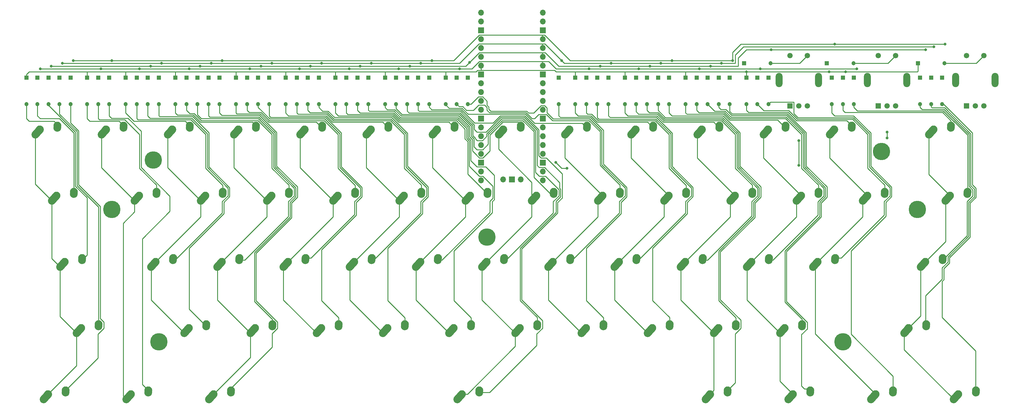
<source format=gtl>
%TF.GenerationSoftware,KiCad,Pcbnew,7.0.4*%
%TF.CreationDate,2023-05-29T10:37:38-04:00*%
%TF.ProjectId,keyboard,6b657962-6f61-4726-942e-6b696361645f,rev?*%
%TF.SameCoordinates,Original*%
%TF.FileFunction,Copper,L1,Top*%
%TF.FilePolarity,Positive*%
%FSLAX46Y46*%
G04 Gerber Fmt 4.6, Leading zero omitted, Abs format (unit mm)*
G04 Created by KiCad (PCBNEW 7.0.4) date 2023-05-29 10:37:38*
%MOMM*%
%LPD*%
G01*
G04 APERTURE LIST*
G04 Aperture macros list*
%AMRoundRect*
0 Rectangle with rounded corners*
0 $1 Rounding radius*
0 $2 $3 $4 $5 $6 $7 $8 $9 X,Y pos of 4 corners*
0 Add a 4 corners polygon primitive as box body*
4,1,4,$2,$3,$4,$5,$6,$7,$8,$9,$2,$3,0*
0 Add four circle primitives for the rounded corners*
1,1,$1+$1,$2,$3*
1,1,$1+$1,$4,$5*
1,1,$1+$1,$6,$7*
1,1,$1+$1,$8,$9*
0 Add four rect primitives between the rounded corners*
20,1,$1+$1,$2,$3,$4,$5,0*
20,1,$1+$1,$4,$5,$6,$7,0*
20,1,$1+$1,$6,$7,$8,$9,0*
20,1,$1+$1,$8,$9,$2,$3,0*%
%AMHorizOval*
0 Thick line with rounded ends*
0 $1 width*
0 $2 $3 position (X,Y) of the first rounded end (center of the circle)*
0 $4 $5 position (X,Y) of the second rounded end (center of the circle)*
0 Add line between two ends*
20,1,$1,$2,$3,$4,$5,0*
0 Add two circle primitives to create the rounded ends*
1,1,$1,$2,$3*
1,1,$1,$4,$5*%
G04 Aperture macros list end*
%TA.AperFunction,ComponentPad*%
%ADD10HorizOval,2.250000X0.655001X0.730000X-0.655001X-0.730000X0*%
%TD*%
%TA.AperFunction,ComponentPad*%
%ADD11C,2.250000*%
%TD*%
%TA.AperFunction,ComponentPad*%
%ADD12HorizOval,2.250000X0.020000X0.290000X-0.020000X-0.290000X0*%
%TD*%
%TA.AperFunction,ComponentPad*%
%ADD13R,1.200000X1.200000*%
%TD*%
%TA.AperFunction,ComponentPad*%
%ADD14C,1.200000*%
%TD*%
%TA.AperFunction,ComponentPad*%
%ADD15C,5.000000*%
%TD*%
%TA.AperFunction,ComponentPad*%
%ADD16C,1.550000*%
%TD*%
%TA.AperFunction,ComponentPad*%
%ADD17RoundRect,1.000000X0.000000X-1.049999X0.000000X-1.049999X0.000000X1.049999X0.000000X1.049999X0*%
%TD*%
%TA.AperFunction,ComponentPad*%
%ADD18R,1.550000X1.550000*%
%TD*%
%TA.AperFunction,ComponentPad*%
%ADD19O,1.700000X1.700000*%
%TD*%
%TA.AperFunction,ComponentPad*%
%ADD20R,1.700000X1.700000*%
%TD*%
%TA.AperFunction,ViaPad*%
%ADD21C,0.800000*%
%TD*%
%TA.AperFunction,Conductor*%
%ADD22C,0.250000*%
%TD*%
G04 APERTURE END LIST*
D10*
%TO.P,MX42,1,COL*%
%TO.N,COL0*%
X73838751Y-142780000D03*
D11*
X74493750Y-142050000D03*
D12*
%TO.P,MX42,2,ROW*%
%TO.N,Net-(D4-A)*%
X79513750Y-141260000D03*
D11*
X79533750Y-140970000D03*
%TD*%
D13*
%TO.P,D43,1,K*%
%TO.N,ROW0*%
X230981250Y-70005750D03*
D14*
%TO.P,D43,2,A*%
%TO.N,Net-(D43-A)*%
X230981250Y-77631750D03*
%TD*%
D13*
%TO.P,D60,1,K*%
%TO.N,ROW3*%
X319087500Y-70005750D03*
D14*
%TO.P,D60,2,A*%
%TO.N,Net-(D60-A)*%
X319087500Y-77631750D03*
%TD*%
D13*
%TO.P,D52,1,K*%
%TO.N,ROW4*%
X261143750Y-70005750D03*
D14*
%TO.P,D52,2,A*%
%TO.N,Net-(D52-A)*%
X261143750Y-77631750D03*
%TD*%
D15*
%TO.P,REF\u002A\u002A,1*%
%TO.N,N/C*%
X83343750Y-107950000D03*
%TD*%
D10*
%TO.P,MX50,1,COL*%
%TO.N,COL9*%
X238145001Y-142780000D03*
D11*
X238800000Y-142050000D03*
D12*
%TO.P,MX50,2,ROW*%
%TO.N,Net-(D42-A)*%
X243820000Y-141260000D03*
D11*
X243840000Y-140970000D03*
%TD*%
D10*
%TO.P,MX33,1,COL*%
%TO.N,COL5*%
X152420001Y-123730000D03*
D11*
X153075000Y-123000000D03*
D12*
%TO.P,MX33,2,ROW*%
%TO.N,Net-(D24-A)*%
X158095000Y-122210000D03*
D11*
X158115000Y-121920000D03*
%TD*%
D13*
%TO.P,D46,1,K*%
%TO.N,ROW3*%
X240506250Y-70005750D03*
D14*
%TO.P,D46,2,A*%
%TO.N,Net-(D46-A)*%
X240506250Y-77631750D03*
%TD*%
D10*
%TO.P,MX5,1,COL*%
%TO.N,COL4*%
X138132501Y-85630000D03*
D11*
X138787500Y-84900000D03*
D12*
%TO.P,MX5,2,ROW*%
%TO.N,Net-(D18-A)*%
X143807500Y-84110000D03*
D11*
X143827500Y-83820000D03*
%TD*%
D10*
%TO.P,MX18,1,COL*%
%TO.N,COL3*%
X128607501Y-104680000D03*
D11*
X129262500Y-103950000D03*
D12*
%TO.P,MX18,2,ROW*%
%TO.N,Net-(D14-A)*%
X134282500Y-103160000D03*
D11*
X134302500Y-102870000D03*
%TD*%
D10*
%TO.P,MX7,1,COL*%
%TO.N,COL6*%
X176232501Y-85630000D03*
D11*
X176887500Y-84900000D03*
D12*
%TO.P,MX7,2,ROW*%
%TO.N,Net-(D26-A)*%
X181907500Y-84110000D03*
D11*
X181927500Y-83820000D03*
%TD*%
D13*
%TO.P,D8,1,K*%
%TO.N,ROW4*%
X82550000Y-70005750D03*
D14*
%TO.P,D8,2,A*%
%TO.N,Net-(D8-A)*%
X82550000Y-77631750D03*
%TD*%
D13*
%TO.P,D31,1,K*%
%TO.N,ROW1*%
X165100000Y-70005750D03*
D14*
%TO.P,D31,2,A*%
%TO.N,Net-(D31-A)*%
X165100000Y-77631750D03*
%TD*%
D13*
%TO.P,D44,1,K*%
%TO.N,ROW1*%
X234156250Y-70005750D03*
D14*
%TO.P,D44,2,A*%
%TO.N,Net-(D44-A)*%
X234156250Y-77631750D03*
%TD*%
D10*
%TO.P,MX20,1,COL*%
%TO.N,COL5*%
X166707501Y-104680000D03*
D11*
X167362500Y-103950000D03*
D12*
%TO.P,MX20,2,ROW*%
%TO.N,Net-(D23-A)*%
X172382500Y-103160000D03*
D11*
X172402500Y-102870000D03*
%TD*%
D10*
%TO.P,MX60,1,COL*%
%TO.N,COL12*%
X302438751Y-161830000D03*
D11*
X303093750Y-161100000D03*
D12*
%TO.P,MX60,2,ROW*%
%TO.N,Net-(D56-A)*%
X308113750Y-160310000D03*
D11*
X308133750Y-160020000D03*
%TD*%
D13*
%TO.P,D17,1,K*%
%TO.N,ROW4*%
X114300000Y-70005750D03*
D14*
%TO.P,D17,2,A*%
%TO.N,Net-(D17-A)*%
X114300000Y-77631750D03*
%TD*%
D13*
%TO.P,D11,1,K*%
%TO.N,ROW2*%
X93662500Y-70005750D03*
D14*
%TO.P,D11,2,A*%
%TO.N,Net-(D11-A)*%
X93662500Y-77631750D03*
%TD*%
D10*
%TO.P,MX27,1,COL*%
%TO.N,COL12*%
X300057501Y-104680000D03*
D11*
X300712500Y-103950000D03*
D12*
%TO.P,MX27,2,ROW*%
%TO.N,Net-(D54-A)*%
X305732500Y-103160000D03*
D11*
X305752500Y-102870000D03*
%TD*%
D10*
%TO.P,MX2,1,COL*%
%TO.N,COL1*%
X80982501Y-85630000D03*
D11*
X81637500Y-84900000D03*
D12*
%TO.P,MX2,2,ROW*%
%TO.N,Net-(D6-A)*%
X86657500Y-84110000D03*
D11*
X86677500Y-83820000D03*
%TD*%
D13*
%TO.P,D39,1,K*%
%TO.N,ROW0*%
X216693750Y-70005750D03*
D14*
%TO.P,D39,2,A*%
%TO.N,Net-(D39-A)*%
X216693750Y-77631750D03*
%TD*%
D13*
%TO.P,D48,1,K*%
%TO.N,ROW0*%
X248443750Y-70005750D03*
D14*
%TO.P,D48,2,A*%
%TO.N,Net-(D48-A)*%
X248443750Y-77631750D03*
%TD*%
D13*
%TO.P,D10,1,K*%
%TO.N,ROW1*%
X90487500Y-70005750D03*
D14*
%TO.P,D10,2,A*%
%TO.N,Net-(D10-A)*%
X90487500Y-77631750D03*
%TD*%
D13*
%TO.P,D2,1,K*%
%TO.N,ROW1*%
X61912500Y-70005750D03*
D14*
%TO.P,D2,2,A*%
%TO.N,Net-(D2-A)*%
X61912500Y-77631750D03*
%TD*%
D10*
%TO.P,MX30,1,COL*%
%TO.N,COL2*%
X95270001Y-123730000D03*
D11*
X95925000Y-123000000D03*
D12*
%TO.P,MX30,2,ROW*%
%TO.N,Net-(D11-A)*%
X100945000Y-122210000D03*
D11*
X100965000Y-121920000D03*
%TD*%
D10*
%TO.P,MX48,1,COL*%
%TO.N,COL7*%
X200045001Y-142780000D03*
D11*
X200700000Y-142050000D03*
D12*
%TO.P,MX48,2,ROW*%
%TO.N,Net-(D33-A)*%
X205720000Y-141260000D03*
D11*
X205740000Y-140970000D03*
%TD*%
D13*
%TO.P,D13,1,K*%
%TO.N,ROW0*%
X101600000Y-70005750D03*
D14*
%TO.P,D13,2,A*%
%TO.N,Net-(D13-A)*%
X101600000Y-77631750D03*
%TD*%
D13*
%TO.P,D41,1,K*%
%TO.N,ROW2*%
X223043750Y-70005750D03*
D14*
%TO.P,D41,2,A*%
%TO.N,Net-(D41-A)*%
X223043750Y-77631750D03*
%TD*%
D13*
%TO.P,D23,1,K*%
%TO.N,ROW1*%
X136525000Y-70005750D03*
D14*
%TO.P,D23,2,A*%
%TO.N,Net-(D23-A)*%
X136525000Y-77631750D03*
%TD*%
D10*
%TO.P,MX55,1,COL*%
%TO.N,COL1*%
X88126251Y-161830000D03*
D11*
X88781250Y-161100000D03*
D12*
%TO.P,MX55,2,ROW*%
%TO.N,Net-(D8-A)*%
X93801250Y-160310000D03*
D11*
X93821250Y-160020000D03*
%TD*%
D10*
%TO.P,MX6,1,COL*%
%TO.N,COL5*%
X157182501Y-85630000D03*
D11*
X157837500Y-84900000D03*
D12*
%TO.P,MX6,2,ROW*%
%TO.N,Net-(D22-A)*%
X162857500Y-84110000D03*
D11*
X162877500Y-83820000D03*
%TD*%
D13*
%TO.P,D64,1,K*%
%TO.N,ROW0*%
X315274500Y-65881250D03*
D14*
%TO.P,D64,2,A*%
%TO.N,Net-(D64-A)*%
X322900500Y-65881250D03*
%TD*%
D15*
%TO.P,,1*%
%TO.N,N/C*%
X95250000Y-93662500D03*
%TD*%
D13*
%TO.P,D33,1,K*%
%TO.N,ROW3*%
X171450000Y-70005750D03*
D14*
%TO.P,D33,2,A*%
%TO.N,Net-(D33-A)*%
X171450000Y-77631750D03*
%TD*%
D10*
%TO.P,MX51,1,COL*%
%TO.N,COL10*%
X257195001Y-142780000D03*
D11*
X257850000Y-142050000D03*
D12*
%TO.P,MX51,2,ROW*%
%TO.N,Net-(D46-A)*%
X262870000Y-141260000D03*
D11*
X262890000Y-140970000D03*
%TD*%
D10*
%TO.P,MX41,1,COL*%
%TO.N,COL13*%
X316726251Y-123730000D03*
D11*
X317381250Y-123000000D03*
D12*
%TO.P,MX41,2,ROW*%
%TO.N,Net-(D59-A)*%
X322401250Y-122210000D03*
D11*
X322421250Y-121920000D03*
%TD*%
D10*
%TO.P,MX3,1,COL*%
%TO.N,COL2*%
X100032501Y-85630000D03*
D11*
X100687500Y-84900000D03*
D12*
%TO.P,MX3,2,ROW*%
%TO.N,Net-(D9-A)*%
X105707500Y-84110000D03*
D11*
X105727500Y-83820000D03*
%TD*%
D13*
%TO.P,D15,1,K*%
%TO.N,ROW2*%
X107950000Y-70005750D03*
D14*
%TO.P,D15,2,A*%
%TO.N,Net-(D15-A)*%
X107950000Y-77631750D03*
%TD*%
D13*
%TO.P,D26,1,K*%
%TO.N,ROW0*%
X147637500Y-70005750D03*
D14*
%TO.P,D26,2,A*%
%TO.N,Net-(D26-A)*%
X147637500Y-77631750D03*
%TD*%
D13*
%TO.P,D30,1,K*%
%TO.N,ROW0*%
X161925000Y-70005750D03*
D14*
%TO.P,D30,2,A*%
%TO.N,Net-(D30-A)*%
X161925000Y-77631750D03*
%TD*%
D13*
%TO.P,D3,1,K*%
%TO.N,ROW2*%
X65087500Y-70005750D03*
D14*
%TO.P,D3,2,A*%
%TO.N,Net-(D3-A)*%
X65087500Y-77631750D03*
%TD*%
D10*
%TO.P,MX44,1,COL*%
%TO.N,COL3*%
X123845001Y-142780000D03*
D11*
X124500000Y-142050000D03*
D12*
%TO.P,MX44,2,ROW*%
%TO.N,Net-(D16-A)*%
X129520000Y-141260000D03*
D11*
X129540000Y-140970000D03*
%TD*%
D16*
%TO.P,ENC3,1,1*%
%TO.N,COL13*%
X329287500Y-63643750D03*
%TO.P,ENC3,2,2*%
%TO.N,Net-(D64-A)*%
X334287500Y-63643750D03*
D17*
%TO.P,ENC3,3,MNT_1*%
%TO.N,unconnected-(ENC3-MNT_1-Pad3)*%
X326087500Y-70643750D03*
%TO.P,ENC3,4,MNT_2*%
%TO.N,unconnected-(ENC3-MNT_2-Pad4)*%
X337487500Y-70643750D03*
D18*
%TO.P,ENC3,A,CHANNEL_A*%
%TO.N,ENC3A*%
X329287500Y-78143750D03*
D16*
%TO.P,ENC3,B,CHANNEL_B*%
%TO.N,ENC3B*%
X334287500Y-78143750D03*
%TO.P,ENC3,C,COMMON*%
%TO.N,GND*%
X331787500Y-78143750D03*
%TD*%
D13*
%TO.P,D22,1,K*%
%TO.N,ROW0*%
X133350000Y-70005750D03*
D14*
%TO.P,D22,2,A*%
%TO.N,Net-(D22-A)*%
X133350000Y-77631750D03*
%TD*%
D13*
%TO.P,D45,1,K*%
%TO.N,ROW2*%
X237331250Y-70005750D03*
D14*
%TO.P,D45,2,A*%
%TO.N,Net-(D45-A)*%
X237331250Y-77631750D03*
%TD*%
D10*
%TO.P,MX56,1,COL*%
%TO.N,COL3*%
X111938751Y-161830000D03*
D11*
X112593750Y-161100000D03*
D12*
%TO.P,MX56,2,ROW*%
%TO.N,Net-(D17-A)*%
X117613750Y-160310000D03*
D11*
X117633750Y-160020000D03*
%TD*%
D13*
%TO.P,D56,1,K*%
%TO.N,ROW4*%
X290512500Y-70005750D03*
D14*
%TO.P,D56,2,A*%
%TO.N,Net-(D56-A)*%
X290512500Y-77631750D03*
%TD*%
D10*
%TO.P,MX32,1,COL*%
%TO.N,COL4*%
X133370001Y-123730000D03*
D11*
X134025000Y-123000000D03*
D12*
%TO.P,MX32,2,ROW*%
%TO.N,Net-(D20-A)*%
X139045000Y-122210000D03*
D11*
X139065000Y-121920000D03*
%TD*%
D13*
%TO.P,D18,1,K*%
%TO.N,ROW0*%
X119062500Y-70005750D03*
D14*
%TO.P,D18,2,A*%
%TO.N,Net-(D18-A)*%
X119062500Y-77631750D03*
%TD*%
D10*
%TO.P,MX34,1,COL*%
%TO.N,COL6*%
X171470001Y-123730000D03*
D11*
X172125000Y-123000000D03*
D12*
%TO.P,MX34,2,ROW*%
%TO.N,Net-(D28-A)*%
X177145000Y-122210000D03*
D11*
X177165000Y-121920000D03*
%TD*%
D10*
%TO.P,MX10,1,COL*%
%TO.N,COL9*%
X233382501Y-85630000D03*
D11*
X234037500Y-84900000D03*
D12*
%TO.P,MX10,2,ROW*%
%TO.N,Net-(D39-A)*%
X239057500Y-84110000D03*
D11*
X239077500Y-83820000D03*
%TD*%
D13*
%TO.P,D19,1,K*%
%TO.N,ROW1*%
X122237500Y-70005750D03*
D14*
%TO.P,D19,2,A*%
%TO.N,Net-(D19-A)*%
X122237500Y-77631750D03*
%TD*%
D13*
%TO.P,D38,1,K*%
%TO.N,ROW3*%
X211931250Y-70005750D03*
D14*
%TO.P,D38,2,A*%
%TO.N,Net-(D38-A)*%
X211931250Y-77631750D03*
%TD*%
D13*
%TO.P,D40,1,K*%
%TO.N,ROW1*%
X219868750Y-70005750D03*
D14*
%TO.P,D40,2,A*%
%TO.N,Net-(D40-A)*%
X219868750Y-77631750D03*
%TD*%
D16*
%TO.P,ENC1,1,1*%
%TO.N,COL11*%
X278487500Y-63643750D03*
%TO.P,ENC1,2,2*%
%TO.N,Net-(D62-A)*%
X283487500Y-63643750D03*
D17*
%TO.P,ENC1,3,MNT_1*%
%TO.N,unconnected-(ENC1-MNT_1-Pad3)*%
X275287500Y-70643750D03*
%TO.P,ENC1,4,MNT_2*%
%TO.N,unconnected-(ENC1-MNT_2-Pad4)*%
X286687500Y-70643750D03*
D18*
%TO.P,ENC1,A,CHANNEL_A*%
%TO.N,ENC1A*%
X278487500Y-78143750D03*
D16*
%TO.P,ENC1,B,CHANNEL_B*%
%TO.N,ENC1B*%
X283487500Y-78143750D03*
%TO.P,ENC1,C,COMMON*%
%TO.N,GND*%
X280987500Y-78143750D03*
%TD*%
D10*
%TO.P,MX52,1,COL*%
%TO.N,COL11*%
X276245001Y-142780000D03*
D11*
X276900000Y-142050000D03*
D12*
%TO.P,MX52,2,ROW*%
%TO.N,Net-(D51-A)*%
X281920000Y-141260000D03*
D11*
X281940000Y-140970000D03*
%TD*%
D10*
%TO.P,MX17,1,COL*%
%TO.N,COL2*%
X109557501Y-104680000D03*
D11*
X110212500Y-103950000D03*
D12*
%TO.P,MX17,2,ROW*%
%TO.N,Net-(D10-A)*%
X115232500Y-103160000D03*
D11*
X115252500Y-102870000D03*
%TD*%
D13*
%TO.P,D53,1,K*%
%TO.N,ROW0*%
X265906250Y-70005750D03*
D14*
%TO.P,D53,2,A*%
%TO.N,Net-(D53-A)*%
X265906250Y-77631750D03*
%TD*%
D13*
%TO.P,D1,1,K*%
%TO.N,ROW0*%
X58737500Y-70005750D03*
D14*
%TO.P,D1,2,A*%
%TO.N,Net-(D1-A)*%
X58737500Y-77631750D03*
%TD*%
D10*
%TO.P,MX39,1,COL*%
%TO.N,COL11*%
X266720001Y-123730000D03*
D11*
X267375000Y-123000000D03*
D12*
%TO.P,MX39,2,ROW*%
%TO.N,Net-(D50-A)*%
X272395000Y-122210000D03*
D11*
X272415000Y-121920000D03*
%TD*%
D10*
%TO.P,MX43,1,COL*%
%TO.N,COL2*%
X104795001Y-142780000D03*
D11*
X105450000Y-142050000D03*
D12*
%TO.P,MX43,2,ROW*%
%TO.N,Net-(D12-A)*%
X110470000Y-141260000D03*
D11*
X110490000Y-140970000D03*
%TD*%
D13*
%TO.P,D42,1,K*%
%TO.N,ROW3*%
X226218750Y-70005750D03*
D14*
%TO.P,D42,2,A*%
%TO.N,Net-(D42-A)*%
X226218750Y-77631750D03*
%TD*%
D16*
%TO.P,ENC2,1,1*%
%TO.N,COL12*%
X303887500Y-63643750D03*
%TO.P,ENC2,2,2*%
%TO.N,Net-(D63-A)*%
X308887500Y-63643750D03*
D17*
%TO.P,ENC2,3,MNT_1*%
%TO.N,unconnected-(ENC2-MNT_1-Pad3)*%
X300687500Y-70643750D03*
%TO.P,ENC2,4,MNT_2*%
%TO.N,unconnected-(ENC2-MNT_2-Pad4)*%
X312087500Y-70643750D03*
D18*
%TO.P,ENC2,A,CHANNEL_A*%
%TO.N,ENC2A*%
X303887500Y-78143750D03*
D16*
%TO.P,ENC2,B,CHANNEL_B*%
%TO.N,ENC2B*%
X308887500Y-78143750D03*
%TO.P,ENC2,C,COMMON*%
%TO.N,GND*%
X306387500Y-78143750D03*
%TD*%
D13*
%TO.P,D47,1,K*%
%TO.N,ROW4*%
X243681250Y-70005750D03*
D14*
%TO.P,D47,2,A*%
%TO.N,Net-(D47-A)*%
X243681250Y-77631750D03*
%TD*%
D10*
%TO.P,MX45,1,COL*%
%TO.N,COL4*%
X142895001Y-142780000D03*
D11*
X143550000Y-142050000D03*
D12*
%TO.P,MX45,2,ROW*%
%TO.N,Net-(D21-A)*%
X148570000Y-141260000D03*
D11*
X148590000Y-140970000D03*
%TD*%
D13*
%TO.P,D49,1,K*%
%TO.N,ROW1*%
X251618750Y-70005750D03*
D14*
%TO.P,D49,2,A*%
%TO.N,Net-(D49-A)*%
X251618750Y-77631750D03*
%TD*%
D13*
%TO.P,D24,1,K*%
%TO.N,ROW2*%
X139700000Y-70005750D03*
D14*
%TO.P,D24,2,A*%
%TO.N,Net-(D24-A)*%
X139700000Y-77631750D03*
%TD*%
D15*
%TO.P,REF\u002A\u002A,1*%
%TO.N,N/C*%
X315118750Y-107950000D03*
%TD*%
D13*
%TO.P,D29,1,K*%
%TO.N,ROW3*%
X157162500Y-70005750D03*
D14*
%TO.P,D29,2,A*%
%TO.N,Net-(D29-A)*%
X157162500Y-77631750D03*
%TD*%
D10*
%TO.P,MX37,1,COL*%
%TO.N,COL9*%
X228620001Y-123730000D03*
D11*
X229275000Y-123000000D03*
D12*
%TO.P,MX37,2,ROW*%
%TO.N,Net-(D41-A)*%
X234295000Y-122210000D03*
D11*
X234315000Y-121920000D03*
%TD*%
D15*
%TO.P,REF\u002A\u002A,1*%
%TO.N,N/C*%
X95250000Y-93662500D03*
%TD*%
D13*
%TO.P,D28,1,K*%
%TO.N,ROW2*%
X153987500Y-70005750D03*
D14*
%TO.P,D28,2,A*%
%TO.N,Net-(D28-A)*%
X153987500Y-77631750D03*
%TD*%
D10*
%TO.P,MX40,1,COL*%
%TO.N,COL12*%
X285770001Y-123730000D03*
D11*
X286425000Y-123000000D03*
D12*
%TO.P,MX40,2,ROW*%
%TO.N,Net-(D55-A)*%
X291445000Y-122210000D03*
D11*
X291465000Y-121920000D03*
%TD*%
D13*
%TO.P,D58,1,K*%
%TO.N,ROW1*%
X296862500Y-70005750D03*
D14*
%TO.P,D58,2,A*%
%TO.N,Net-(D58-A)*%
X296862500Y-77631750D03*
%TD*%
D13*
%TO.P,D14,1,K*%
%TO.N,ROW1*%
X104775000Y-70005750D03*
D14*
%TO.P,D14,2,A*%
%TO.N,Net-(D14-A)*%
X104775000Y-77631750D03*
%TD*%
D13*
%TO.P,D6,1,K*%
%TO.N,ROW0*%
X76200000Y-70005750D03*
D14*
%TO.P,D6,2,A*%
%TO.N,Net-(D6-A)*%
X76200000Y-77631750D03*
%TD*%
D10*
%TO.P,MX54,1,COL*%
%TO.N,COL0*%
X64313751Y-161830000D03*
D11*
X64968750Y-161100000D03*
D12*
%TO.P,MX54,2,ROW*%
%TO.N,Net-(D5-A)*%
X69988750Y-160310000D03*
D11*
X70008750Y-160020000D03*
%TD*%
D13*
%TO.P,D34,1,K*%
%TO.N,ROW4*%
X174625000Y-70005750D03*
D14*
%TO.P,D34,2,A*%
%TO.N,Net-(D34-A)*%
X174625000Y-77631750D03*
%TD*%
D10*
%TO.P,MX15,1,COL*%
%TO.N,COL0*%
X66695001Y-104680000D03*
D11*
X67350000Y-103950000D03*
D12*
%TO.P,MX15,2,ROW*%
%TO.N,Net-(D2-A)*%
X72370000Y-103160000D03*
D11*
X72390000Y-102870000D03*
%TD*%
D10*
%TO.P,MX36,1,COL*%
%TO.N,COL8*%
X209570001Y-123730000D03*
D11*
X210225000Y-123000000D03*
D12*
%TO.P,MX36,2,ROW*%
%TO.N,Net-(D37-A)*%
X215245000Y-122210000D03*
D11*
X215265000Y-121920000D03*
%TD*%
D10*
%TO.P,MX49,1,COL*%
%TO.N,COL8*%
X219095001Y-142780000D03*
D11*
X219750000Y-142050000D03*
D12*
%TO.P,MX49,2,ROW*%
%TO.N,Net-(D38-A)*%
X224770000Y-141260000D03*
D11*
X224790000Y-140970000D03*
%TD*%
D13*
%TO.P,D62,1,K*%
%TO.N,ROW0*%
X265268250Y-65881250D03*
D14*
%TO.P,D62,2,A*%
%TO.N,Net-(D62-A)*%
X272894250Y-65881250D03*
%TD*%
D13*
%TO.P,D20,1,K*%
%TO.N,ROW2*%
X125412500Y-70005750D03*
D14*
%TO.P,D20,2,A*%
%TO.N,Net-(D20-A)*%
X125412500Y-77631750D03*
%TD*%
D10*
%TO.P,MX31,1,COL*%
%TO.N,COL3*%
X114320001Y-123730000D03*
D11*
X114975000Y-123000000D03*
D12*
%TO.P,MX31,2,ROW*%
%TO.N,Net-(D15-A)*%
X119995000Y-122210000D03*
D11*
X120015000Y-121920000D03*
%TD*%
D10*
%TO.P,MX13,1,COL*%
%TO.N,COL12*%
X290532501Y-85630000D03*
D11*
X291187500Y-84900000D03*
D12*
%TO.P,MX13,2,ROW*%
%TO.N,Net-(D53-A)*%
X296207500Y-84110000D03*
D11*
X296227500Y-83820000D03*
%TD*%
D13*
%TO.P,D12,1,K*%
%TO.N,ROW3*%
X96837500Y-70005750D03*
D14*
%TO.P,D12,2,A*%
%TO.N,Net-(D12-A)*%
X96837500Y-77631750D03*
%TD*%
D10*
%TO.P,MX53,1,COL*%
%TO.N,COL13*%
X311963751Y-142780000D03*
D11*
X312618750Y-142050000D03*
D12*
%TO.P,MX53,2,ROW*%
%TO.N,Net-(D60-A)*%
X317638750Y-141260000D03*
D11*
X317658750Y-140970000D03*
%TD*%
D13*
%TO.P,D35,1,K*%
%TO.N,ROW0*%
X179387500Y-70005750D03*
D14*
%TO.P,D35,2,A*%
%TO.N,Net-(D35-A)*%
X179387500Y-77631750D03*
%TD*%
D13*
%TO.P,D16,1,K*%
%TO.N,ROW3*%
X111125000Y-70005750D03*
D14*
%TO.P,D16,2,A*%
%TO.N,Net-(D16-A)*%
X111125000Y-77631750D03*
%TD*%
D13*
%TO.P,D5,1,K*%
%TO.N,ROW4*%
X71437500Y-70005750D03*
D14*
%TO.P,D5,2,A*%
%TO.N,Net-(D5-A)*%
X71437500Y-77631750D03*
%TD*%
D13*
%TO.P,D61,1,K*%
%TO.N,ROW4*%
X322262500Y-70005750D03*
D14*
%TO.P,D61,2,A*%
%TO.N,Net-(D61-A)*%
X322262500Y-77631750D03*
%TD*%
D13*
%TO.P,D51,1,K*%
%TO.N,ROW3*%
X257968750Y-70005750D03*
D14*
%TO.P,D51,2,A*%
%TO.N,Net-(D51-A)*%
X257968750Y-77631750D03*
%TD*%
D15*
%TO.P,REF\u002A\u002A,1*%
%TO.N,N/C*%
X304800000Y-91281250D03*
%TD*%
D10*
%TO.P,MX23,1,COL*%
%TO.N,COL8*%
X223857501Y-104680000D03*
D11*
X224512500Y-103950000D03*
D12*
%TO.P,MX23,2,ROW*%
%TO.N,Net-(D36-A)*%
X229532500Y-103160000D03*
D11*
X229552500Y-102870000D03*
%TD*%
D10*
%TO.P,MX57,1,COL*%
%TO.N,COL7*%
X183376251Y-161830000D03*
D11*
X184031250Y-161100000D03*
D12*
%TO.P,MX57,2,ROW*%
%TO.N,Net-(D34-A)*%
X189051250Y-160310000D03*
D11*
X189071250Y-160020000D03*
%TD*%
D13*
%TO.P,D55,1,K*%
%TO.N,ROW2*%
X272256250Y-70005750D03*
D14*
%TO.P,D55,2,A*%
%TO.N,Net-(D55-A)*%
X272256250Y-77631750D03*
%TD*%
D10*
%TO.P,MX8,1,COL*%
%TO.N,COL7*%
X195282501Y-85630000D03*
D11*
X195937500Y-84900000D03*
D12*
%TO.P,MX8,2,ROW*%
%TO.N,Net-(D30-A)*%
X200957500Y-84110000D03*
D11*
X200977500Y-83820000D03*
%TD*%
D13*
%TO.P,D54,1,K*%
%TO.N,ROW1*%
X269081250Y-70005750D03*
D14*
%TO.P,D54,2,A*%
%TO.N,Net-(D54-A)*%
X269081250Y-77631750D03*
%TD*%
D10*
%TO.P,MX47,1,COL*%
%TO.N,COL6*%
X180995001Y-142780000D03*
D11*
X181650000Y-142050000D03*
D12*
%TO.P,MX47,2,ROW*%
%TO.N,Net-(D29-A)*%
X186670000Y-141260000D03*
D11*
X186690000Y-140970000D03*
%TD*%
D10*
%TO.P,MX59,1,COL*%
%TO.N,COL11*%
X278626251Y-161830000D03*
D11*
X279281250Y-161100000D03*
D12*
%TO.P,MX59,2,ROW*%
%TO.N,Net-(D52-A)*%
X284301250Y-160310000D03*
D11*
X284321250Y-160020000D03*
%TD*%
D13*
%TO.P,D21,1,K*%
%TO.N,ROW3*%
X128587500Y-70005750D03*
D14*
%TO.P,D21,2,A*%
%TO.N,Net-(D21-A)*%
X128587500Y-77631750D03*
%TD*%
D13*
%TO.P,D59,1,K*%
%TO.N,ROW2*%
X315912500Y-70005750D03*
D14*
%TO.P,D59,2,A*%
%TO.N,Net-(D59-A)*%
X315912500Y-77631750D03*
%TD*%
D10*
%TO.P,MX46,1,COL*%
%TO.N,COL5*%
X161945001Y-142780000D03*
D11*
X162600000Y-142050000D03*
D12*
%TO.P,MX46,2,ROW*%
%TO.N,Net-(D25-A)*%
X167620000Y-141260000D03*
D11*
X167640000Y-140970000D03*
%TD*%
D13*
%TO.P,D27,1,K*%
%TO.N,ROW1*%
X150812500Y-70005750D03*
D14*
%TO.P,D27,2,A*%
%TO.N,Net-(D27-A)*%
X150812500Y-77631750D03*
%TD*%
D15*
%TO.P,REF\u002A\u002A,1*%
%TO.N,N/C*%
X96837500Y-146050000D03*
%TD*%
D10*
%TO.P,MX58,1,COL*%
%TO.N,COL10*%
X254813751Y-161830000D03*
D11*
X255468750Y-161100000D03*
D12*
%TO.P,MX58,2,ROW*%
%TO.N,Net-(D47-A)*%
X260488750Y-160310000D03*
D11*
X260508750Y-160020000D03*
%TD*%
D13*
%TO.P,D50,1,K*%
%TO.N,ROW2*%
X254793750Y-70005750D03*
D14*
%TO.P,D50,2,A*%
%TO.N,Net-(D50-A)*%
X254793750Y-77631750D03*
%TD*%
D13*
%TO.P,D57,1,K*%
%TO.N,ROW0*%
X293687500Y-70005750D03*
D14*
%TO.P,D57,2,A*%
%TO.N,Net-(D57-A)*%
X293687500Y-77631750D03*
%TD*%
D13*
%TO.P,D4,1,K*%
%TO.N,ROW3*%
X68262500Y-70005750D03*
D14*
%TO.P,D4,2,A*%
%TO.N,Net-(D4-A)*%
X68262500Y-77631750D03*
%TD*%
D10*
%TO.P,MX26,1,COL*%
%TO.N,COL11*%
X281007501Y-104680000D03*
D11*
X281662500Y-103950000D03*
D12*
%TO.P,MX26,2,ROW*%
%TO.N,Net-(D49-A)*%
X286682500Y-103160000D03*
D11*
X286702500Y-102870000D03*
%TD*%
D10*
%TO.P,MX35,1,COL*%
%TO.N,COL7*%
X190520001Y-123730000D03*
D11*
X191175000Y-123000000D03*
D12*
%TO.P,MX35,2,ROW*%
%TO.N,Net-(D32-A)*%
X196195000Y-122210000D03*
D11*
X196215000Y-121920000D03*
%TD*%
D10*
%TO.P,MX24,1,COL*%
%TO.N,COL9*%
X242907501Y-104680000D03*
D11*
X243562500Y-103950000D03*
D12*
%TO.P,MX24,2,ROW*%
%TO.N,Net-(D40-A)*%
X248582500Y-103160000D03*
D11*
X248602500Y-102870000D03*
%TD*%
D13*
%TO.P,D9,1,K*%
%TO.N,ROW0*%
X87312500Y-70005750D03*
D14*
%TO.P,D9,2,A*%
%TO.N,Net-(D9-A)*%
X87312500Y-77631750D03*
%TD*%
D13*
%TO.P,D7,1,K*%
%TO.N,ROW1*%
X79375000Y-70005750D03*
D14*
%TO.P,D7,2,A*%
%TO.N,Net-(D7-A)*%
X79375000Y-77631750D03*
%TD*%
D13*
%TO.P,D63,1,K*%
%TO.N,ROW0*%
X289080750Y-65881250D03*
D14*
%TO.P,D63,2,A*%
%TO.N,Net-(D63-A)*%
X296706750Y-65881250D03*
%TD*%
D10*
%TO.P,MX38,1,COL*%
%TO.N,COL10*%
X247670001Y-123730000D03*
D11*
X248325000Y-123000000D03*
D12*
%TO.P,MX38,2,ROW*%
%TO.N,Net-(D45-A)*%
X253345000Y-122210000D03*
D11*
X253365000Y-121920000D03*
%TD*%
D10*
%TO.P,MX21,1,COL*%
%TO.N,COL6*%
X185757501Y-104680000D03*
D11*
X186412500Y-103950000D03*
D12*
%TO.P,MX21,2,ROW*%
%TO.N,Net-(D27-A)*%
X191432500Y-103160000D03*
D11*
X191452500Y-102870000D03*
%TD*%
D10*
%TO.P,MX19,1,COL*%
%TO.N,COL4*%
X147657501Y-104680000D03*
D11*
X148312500Y-103950000D03*
D12*
%TO.P,MX19,2,ROW*%
%TO.N,Net-(D19-A)*%
X153332500Y-103160000D03*
D11*
X153352500Y-102870000D03*
%TD*%
D10*
%TO.P,MX25,1,COL*%
%TO.N,COL10*%
X261957501Y-104680000D03*
D11*
X262612500Y-103950000D03*
D12*
%TO.P,MX25,2,ROW*%
%TO.N,Net-(D44-A)*%
X267632500Y-103160000D03*
D11*
X267652500Y-102870000D03*
%TD*%
D13*
%TO.P,D36,1,K*%
%TO.N,ROW1*%
X182562500Y-70005750D03*
D14*
%TO.P,D36,2,A*%
%TO.N,Net-(D36-A)*%
X182562500Y-77631750D03*
%TD*%
D15*
%TO.P,REF\u002A\u002A,1*%
%TO.N,N/C*%
X191293750Y-115887500D03*
%TD*%
D10*
%TO.P,MX14,1,COL*%
%TO.N,COL13*%
X319107501Y-85630000D03*
D11*
X319762500Y-84900000D03*
D12*
%TO.P,MX14,2,ROW*%
%TO.N,Net-(D57-A)*%
X324782500Y-84110000D03*
D11*
X324802500Y-83820000D03*
%TD*%
D10*
%TO.P,MX61,1,COL*%
%TO.N,COL13*%
X326251251Y-161830000D03*
D11*
X326906250Y-161100000D03*
D12*
%TO.P,MX61,2,ROW*%
%TO.N,Net-(D61-A)*%
X331926250Y-160310000D03*
D11*
X331946250Y-160020000D03*
%TD*%
D10*
%TO.P,MX28,1,COL*%
%TO.N,COL13*%
X323870001Y-104680000D03*
D11*
X324525000Y-103950000D03*
D12*
%TO.P,MX28,2,ROW*%
%TO.N,Net-(D58-A)*%
X329545000Y-103160000D03*
D11*
X329565000Y-102870000D03*
%TD*%
D10*
%TO.P,MX12,1,COL*%
%TO.N,COL11*%
X271482501Y-85630000D03*
D11*
X272137500Y-84900000D03*
D12*
%TO.P,MX12,2,ROW*%
%TO.N,Net-(D48-A)*%
X277157500Y-84110000D03*
D11*
X277177500Y-83820000D03*
%TD*%
D13*
%TO.P,D25,1,K*%
%TO.N,ROW3*%
X142875000Y-70005750D03*
D14*
%TO.P,D25,2,A*%
%TO.N,Net-(D25-A)*%
X142875000Y-77631750D03*
%TD*%
D10*
%TO.P,MX16,1,COL*%
%TO.N,COL1*%
X90507501Y-104680000D03*
D11*
X91162500Y-103950000D03*
D12*
%TO.P,MX16,2,ROW*%
%TO.N,Net-(D7-A)*%
X96182500Y-103160000D03*
D11*
X96202500Y-102870000D03*
%TD*%
D10*
%TO.P,MX1,1,COL*%
%TO.N,COL0*%
X61932501Y-85630000D03*
D11*
X62587500Y-84900000D03*
D12*
%TO.P,MX1,2,ROW*%
%TO.N,Net-(D1-A)*%
X67607500Y-84110000D03*
D11*
X67627500Y-83820000D03*
%TD*%
D10*
%TO.P,MX4,1,COL*%
%TO.N,COL3*%
X119082501Y-85630000D03*
D11*
X119737500Y-84900000D03*
D12*
%TO.P,MX4,2,ROW*%
%TO.N,Net-(D13-A)*%
X124757500Y-84110000D03*
D11*
X124777500Y-83820000D03*
%TD*%
D15*
%TO.P,REF\u002A\u002A,1*%
%TO.N,N/C*%
X293687500Y-146050000D03*
%TD*%
D10*
%TO.P,MX11,1,COL*%
%TO.N,COL10*%
X252432501Y-85630000D03*
D11*
X253087500Y-84900000D03*
D12*
%TO.P,MX11,2,ROW*%
%TO.N,Net-(D43-A)*%
X258107500Y-84110000D03*
D11*
X258127500Y-83820000D03*
%TD*%
D13*
%TO.P,D32,1,K*%
%TO.N,ROW2*%
X168275000Y-70005750D03*
D14*
%TO.P,D32,2,A*%
%TO.N,Net-(D32-A)*%
X168275000Y-77631750D03*
%TD*%
D10*
%TO.P,MX29,1,COL*%
%TO.N,COL0*%
X69076251Y-123730000D03*
D11*
X69731250Y-123000000D03*
D12*
%TO.P,MX29,2,ROW*%
%TO.N,Net-(D3-A)*%
X74751250Y-122210000D03*
D11*
X74771250Y-121920000D03*
%TD*%
D13*
%TO.P,D37,1,K*%
%TO.N,ROW2*%
X185737500Y-70005750D03*
D14*
%TO.P,D37,2,A*%
%TO.N,Net-(D37-A)*%
X185737500Y-77631750D03*
%TD*%
D10*
%TO.P,MX22,1,COL*%
%TO.N,COL7*%
X204807501Y-104680000D03*
D11*
X205462500Y-103950000D03*
D12*
%TO.P,MX22,2,ROW*%
%TO.N,Net-(D31-A)*%
X210482500Y-103160000D03*
D11*
X210502500Y-102870000D03*
%TD*%
D10*
%TO.P,MX9,1,COL*%
%TO.N,COL8*%
X214332501Y-85630000D03*
D11*
X214987500Y-84900000D03*
D12*
%TO.P,MX9,2,ROW*%
%TO.N,Net-(D35-A)*%
X220007500Y-84110000D03*
D11*
X220027500Y-83820000D03*
%TD*%
D19*
%TO.P,U1,1,GPIO0*%
%TO.N,ENC3B*%
X207327500Y-51276250D03*
%TO.P,U1,2,GPIO1*%
%TO.N,ENC3A*%
X207327500Y-53816250D03*
D20*
%TO.P,U1,3,GND*%
%TO.N,unconnected-(U1-GND-Pad3)*%
X207327500Y-56356250D03*
D19*
%TO.P,U1,4,GPIO2*%
%TO.N,ROW4*%
X207327500Y-58896250D03*
%TO.P,U1,5,GPIO3*%
%TO.N,ROW3*%
X207327500Y-61436250D03*
%TO.P,U1,6,GPIO4*%
%TO.N,ROW2*%
X207327500Y-63976250D03*
%TO.P,U1,7,GPIO5*%
%TO.N,ROW1*%
X207327500Y-66516250D03*
D20*
%TO.P,U1,8,GND*%
%TO.N,unconnected-(U1-GND-Pad8)*%
X207327500Y-69056250D03*
D19*
%TO.P,U1,9,GPIO6*%
%TO.N,ENC2B*%
X207327500Y-71596250D03*
%TO.P,U1,10,GPIO7*%
%TO.N,ENC2A*%
X207327500Y-74136250D03*
%TO.P,U1,11,GPIO8*%
%TO.N,ENC1B*%
X207327500Y-76676250D03*
%TO.P,U1,12,GPIO9*%
%TO.N,ENC1A*%
X207327500Y-79216250D03*
D20*
%TO.P,U1,13,GND*%
%TO.N,unconnected-(U1-GND-Pad13)*%
X207327500Y-81756250D03*
D19*
%TO.P,U1,14,GPIO10*%
%TO.N,COL8*%
X207327500Y-84296250D03*
%TO.P,U1,15,GPIO11*%
%TO.N,COL9*%
X207327500Y-86836250D03*
%TO.P,U1,16,GPIO12*%
%TO.N,COL10*%
X207327500Y-89376250D03*
%TO.P,U1,17,GPIO13*%
%TO.N,COL11*%
X207327500Y-91916250D03*
D20*
%TO.P,U1,18,GND*%
%TO.N,GND*%
X207327500Y-94456250D03*
D19*
%TO.P,U1,19,GPIO14*%
%TO.N,COL12*%
X207327500Y-96996250D03*
%TO.P,U1,20,GPIO15*%
%TO.N,COL13*%
X207327500Y-99536250D03*
%TO.P,U1,21,GPIO16*%
%TO.N,COL2*%
X189547500Y-99536250D03*
%TO.P,U1,22,GPIO17*%
%TO.N,COL3*%
X189547500Y-96996250D03*
D20*
%TO.P,U1,23,GND*%
%TO.N,unconnected-(U1-GND-Pad23)*%
X189547500Y-94456250D03*
D19*
%TO.P,U1,24,GPIO18*%
%TO.N,COL4*%
X189547500Y-91916250D03*
%TO.P,U1,25,GPIO19*%
%TO.N,COL5*%
X189547500Y-89376250D03*
%TO.P,U1,26,GPIO20*%
%TO.N,COL6*%
X189547500Y-86836250D03*
%TO.P,U1,27,GPIO21*%
%TO.N,COL7*%
X189547500Y-84296250D03*
D20*
%TO.P,U1,28,GND*%
%TO.N,unconnected-(U1-GND-Pad28)*%
X189547500Y-81756250D03*
D19*
%TO.P,U1,29,GPIO22*%
%TO.N,COL1*%
X189547500Y-79216250D03*
%TO.P,U1,30,RUN*%
%TO.N,unconnected-(U1-RUN-Pad30)*%
X189547500Y-76676250D03*
%TO.P,U1,31,GPIO26_ADC0*%
%TO.N,COL0*%
X189547500Y-74136250D03*
%TO.P,U1,32,GPIO27_ADC1*%
%TO.N,Net-(U1-GPIO27_ADC1)*%
X189547500Y-71596250D03*
D20*
%TO.P,U1,33,AGND*%
%TO.N,unconnected-(U1-AGND-Pad33)*%
X189547500Y-69056250D03*
D19*
%TO.P,U1,34,GPIO28_ADC2*%
%TO.N,ROW0*%
X189547500Y-66516250D03*
%TO.P,U1,35,ADC_VREF*%
%TO.N,Net-(U1-ADC_VREF)*%
X189547500Y-63976250D03*
%TO.P,U1,36,3V3*%
%TO.N,Net-(U1-3V3)*%
X189547500Y-61436250D03*
%TO.P,U1,37,3V3_EN*%
%TO.N,Net-(U1-3V3_EN)*%
X189547500Y-58896250D03*
D20*
%TO.P,U1,38,GND*%
%TO.N,Net-(Hole3-Pad)*%
X189547500Y-56356250D03*
D19*
%TO.P,U1,39,VSYS*%
%TO.N,Net-(U1-VSYS)*%
X189547500Y-53816250D03*
%TO.P,U1,40,VBUS*%
%TO.N,Net-(U1-VBUS)*%
X189547500Y-51276250D03*
%TO.P,U1,41,SWCLK*%
%TO.N,Net-(U1-SWCLK)*%
X200977500Y-99306250D03*
D20*
%TO.P,U1,42,GND*%
%TO.N,unconnected-(U1-GND-Pad42)*%
X198437500Y-99306250D03*
D19*
%TO.P,U1,43,SWDIO*%
%TO.N,Net-(U1-SWDIO)*%
X195897500Y-99306250D03*
%TD*%
D21*
%TO.N,ROW0*%
X289718750Y-68262500D03*
X294481250Y-68262500D03*
X265906250Y-68262500D03*
%TO.N,ROW1*%
X183356250Y-67431250D03*
X62706250Y-67468750D03*
X137318750Y-67468750D03*
X269875000Y-67468750D03*
X252412500Y-67468750D03*
X91281250Y-67468750D03*
X151606250Y-67468750D03*
X123031250Y-67468750D03*
X220662500Y-67468750D03*
X80168750Y-67468750D03*
X105568750Y-67468750D03*
X297656250Y-67468750D03*
X165893750Y-67468750D03*
X234950000Y-67468750D03*
%TO.N,ROW2*%
X255587500Y-66675000D03*
X223837500Y-66675000D03*
X108743750Y-66675000D03*
X273050000Y-61912500D03*
X154781250Y-66675000D03*
X186256024Y-65606024D03*
X238125000Y-66675000D03*
X169068750Y-66675000D03*
X65881250Y-66675000D03*
X317500000Y-61912500D03*
X94456250Y-66675000D03*
X140493750Y-66675000D03*
X126206250Y-66675000D03*
%TO.N,ROW3*%
X319881250Y-61118750D03*
X111918750Y-65881250D03*
X69056250Y-65881250D03*
X241300000Y-65881250D03*
X97631250Y-65881250D03*
X143668750Y-65881250D03*
X157956250Y-65881250D03*
X129381250Y-65881250D03*
X227012500Y-65881250D03*
X258762500Y-65881250D03*
X172243750Y-65881250D03*
X212725000Y-65087500D03*
%TO.N,ROW4*%
X72231250Y-65087500D03*
X261937500Y-65087500D03*
X115093750Y-65087500D03*
X323056250Y-60325000D03*
X175418750Y-65087500D03*
X83343750Y-65087500D03*
X291306250Y-60325000D03*
X244475000Y-65087500D03*
%TO.N,GND*%
X211022076Y-94340826D03*
X306387500Y-87312500D03*
X306387500Y-85635500D03*
X281010274Y-88092016D03*
X280987500Y-95250000D03*
X214312500Y-96043750D03*
%TD*%
D22*
%TO.N,ROW0*%
X119062500Y-68262500D02*
X133350000Y-68262500D01*
X133350000Y-70005750D02*
X133350000Y-68262500D01*
X265906250Y-70005750D02*
X265906250Y-68262500D01*
X87312500Y-68262500D02*
X101600000Y-68262500D01*
X87312500Y-70005750D02*
X87312500Y-68262500D01*
X161925000Y-68262500D02*
X179387500Y-68262500D01*
X211137500Y-68262500D02*
X216693750Y-68262500D01*
X265906250Y-68262500D02*
X294481250Y-68262500D01*
X133350000Y-68262500D02*
X147637500Y-68262500D01*
X248443750Y-68262500D02*
X265112500Y-68262500D01*
X119062500Y-70005750D02*
X119062500Y-68262500D01*
X230981250Y-68262500D02*
X248443750Y-68262500D01*
X248443750Y-70005750D02*
X248443750Y-68262500D01*
X59531250Y-68262500D02*
X87312500Y-68262500D01*
X147637500Y-70005750D02*
X147637500Y-68262500D01*
X101600000Y-70005750D02*
X101600000Y-68262500D01*
X188118750Y-68262500D02*
X188500000Y-67881250D01*
X189706250Y-67881250D02*
X189547500Y-67722500D01*
X216693750Y-68262500D02*
X230981250Y-68262500D01*
X58737500Y-69056250D02*
X59531250Y-68262500D01*
X76200000Y-70005750D02*
X76200000Y-68262500D01*
X179387500Y-68262500D02*
X188118750Y-68262500D01*
X189706250Y-67881250D02*
X210756250Y-67881250D01*
X315274500Y-65881250D02*
X315274500Y-68106750D01*
X179387500Y-70005750D02*
X179387500Y-68262500D01*
X188500000Y-67881250D02*
X189706250Y-67881250D01*
X315274500Y-68106750D02*
X315118750Y-68262500D01*
X265112500Y-68262500D02*
X265906250Y-68262500D01*
X161925000Y-70005750D02*
X161925000Y-68262500D01*
X101600000Y-68262500D02*
X119062500Y-68262500D01*
X216693750Y-70005750D02*
X216693750Y-68262500D01*
X210756250Y-67881250D02*
X211137500Y-68262500D01*
X230981250Y-70005750D02*
X230981250Y-68262500D01*
X189547500Y-67722500D02*
X189547500Y-66516250D01*
X147637500Y-68262500D02*
X161925000Y-68262500D01*
X58737500Y-70005750D02*
X58737500Y-69056250D01*
X294481250Y-68262500D02*
X315118750Y-68262500D01*
%TO.N,Net-(D1-A)*%
X67587500Y-84400000D02*
X67587500Y-83462500D01*
X58737500Y-81756250D02*
X58737500Y-77631750D01*
X67587500Y-83462500D02*
X66675000Y-82550000D01*
X59531250Y-82550000D02*
X58737500Y-81756250D01*
X66675000Y-82550000D02*
X59531250Y-82550000D01*
%TO.N,Net-(D2-A)*%
X62706250Y-81756250D02*
X61912500Y-80962500D01*
X72390000Y-102870000D02*
X72390000Y-85883750D01*
X61912500Y-80962500D02*
X61912500Y-77631750D01*
X72390000Y-85883750D02*
X68262500Y-81756250D01*
X68262500Y-81756250D02*
X62706250Y-81756250D01*
%TO.N,Net-(D3-A)*%
X72840000Y-85697354D02*
X65087500Y-77944854D01*
X76180000Y-104561645D02*
X72840000Y-101221645D01*
X72840000Y-101221645D02*
X72840000Y-85697354D01*
X65087500Y-77944854D02*
X65087500Y-77631750D01*
X74731250Y-122500000D02*
X76180000Y-121051250D01*
X76180000Y-121051250D02*
X76180000Y-104561645D01*
%TO.N,Net-(D4-A)*%
X79533750Y-107278999D02*
X73290000Y-101035249D01*
X73290000Y-101035249D02*
X73290000Y-85510958D01*
X68262500Y-80483458D02*
X68262500Y-77631750D01*
X73290000Y-85510958D02*
X68262500Y-80483458D01*
X79533750Y-140970000D02*
X79533750Y-107278999D01*
%TO.N,Net-(D5-A)*%
X79983750Y-139321645D02*
X81021637Y-140359532D01*
X73740000Y-85324562D02*
X73740000Y-100848853D01*
X79362650Y-143785291D02*
X79362650Y-150666100D01*
X71437500Y-83022062D02*
X73740000Y-85324562D01*
X81021637Y-142126304D02*
X79362650Y-143785291D01*
X71437500Y-77631750D02*
X71437500Y-83022062D01*
X81021637Y-140359532D02*
X81021637Y-142126304D01*
X79983750Y-107092603D02*
X79983750Y-139321645D01*
X73740000Y-100848853D02*
X79983750Y-107092603D01*
X79362650Y-150666100D02*
X70008750Y-160020000D01*
%TO.N,Net-(D6-A)*%
X76993750Y-82550000D02*
X76200000Y-81756250D01*
X85407500Y-82550000D02*
X76993750Y-82550000D01*
X76200000Y-81756250D02*
X76200000Y-77631750D01*
X86677500Y-83820000D02*
X85407500Y-82550000D01*
%TO.N,Net-(D7-A)*%
X79718750Y-82100000D02*
X79375000Y-81756250D01*
X79375000Y-81756250D02*
X79375000Y-77631750D01*
X91281250Y-96043750D02*
X91281250Y-86373140D01*
X96162500Y-100925000D02*
X91281250Y-96043750D01*
X87008110Y-82100000D02*
X79718750Y-82100000D01*
X91281250Y-86373140D02*
X87008110Y-82100000D01*
X96162500Y-103450000D02*
X96162500Y-100925000D01*
%TO.N,Net-(D8-A)*%
X92095000Y-116365267D02*
X100012500Y-108447767D01*
X92095000Y-158293750D02*
X92095000Y-116365267D01*
X100012500Y-104138604D02*
X91731250Y-95857354D01*
X100012500Y-108447767D02*
X100012500Y-104138604D01*
X93821250Y-160020000D02*
X92095000Y-158293750D01*
X91731250Y-95857354D02*
X91731250Y-85381250D01*
X83237500Y-81650000D02*
X82550000Y-80962500D01*
X82550000Y-80962500D02*
X82550000Y-77631750D01*
X91731250Y-85381250D02*
X88000000Y-81650000D01*
X88000000Y-81650000D02*
X83237500Y-81650000D01*
%TO.N,Net-(D9-A)*%
X104457500Y-82550000D02*
X89693750Y-82550000D01*
X105727500Y-83820000D02*
X104457500Y-82550000D01*
X89693750Y-82550000D02*
X87312500Y-80168750D01*
X87312500Y-80168750D02*
X87312500Y-77631750D01*
%TO.N,Net-(D10-A)*%
X115252500Y-100965000D02*
X110331250Y-96043750D01*
X115252500Y-102870000D02*
X115252500Y-100965000D01*
X90487500Y-81756250D02*
X90487500Y-77631750D01*
X110331250Y-86319559D02*
X106111691Y-82100000D01*
X110331250Y-96043750D02*
X110331250Y-86319559D01*
X90831250Y-82100000D02*
X90487500Y-81756250D01*
X106111691Y-82100000D02*
X90831250Y-82100000D01*
%TO.N,Net-(D11-A)*%
X110781250Y-86133163D02*
X106298087Y-81650000D01*
X93662500Y-80962500D02*
X93662500Y-77631750D01*
X116740387Y-101816491D02*
X110781250Y-95857354D01*
X115093750Y-105672941D02*
X116740387Y-104026304D01*
X94350000Y-81650000D02*
X93662500Y-80962500D01*
X106298087Y-81650000D02*
X94350000Y-81650000D01*
X115093750Y-108918881D02*
X115093750Y-105672941D01*
X101512631Y-122500000D02*
X115093750Y-108918881D01*
X116740387Y-104026304D02*
X116740387Y-101816491D01*
X100925000Y-122500000D02*
X101512631Y-122500000D01*
X110781250Y-95857354D02*
X110781250Y-86133163D01*
%TO.N,Net-(D12-A)*%
X111231250Y-85831250D02*
X106600000Y-81200000D01*
X105568750Y-119080277D02*
X115543750Y-109105277D01*
X96837500Y-80962500D02*
X96837500Y-77631750D01*
X105568750Y-136668750D02*
X105568750Y-119080277D01*
X115543750Y-109105277D02*
X115543750Y-105875966D01*
X111231250Y-95670958D02*
X111231250Y-85831250D01*
X106600000Y-81200000D02*
X97075000Y-81200000D01*
X117190387Y-104229329D02*
X117190387Y-101630095D01*
X115543750Y-105875966D02*
X117190387Y-104229329D01*
X97075000Y-81200000D02*
X96837500Y-80962500D01*
X110450000Y-141550000D02*
X105568750Y-136668750D01*
X117190387Y-101630095D02*
X111231250Y-95670958D01*
%TO.N,Net-(D13-A)*%
X106786396Y-80750000D02*
X102181250Y-80750000D01*
X101600000Y-80168750D02*
X101600000Y-77631750D01*
X102181250Y-80750000D02*
X101600000Y-80168750D01*
X123739613Y-82782113D02*
X108818509Y-82782113D01*
X124777500Y-83820000D02*
X123739613Y-82782113D01*
X108818509Y-82782113D02*
X106786396Y-80750000D01*
%TO.N,Net-(D14-A)*%
X109004905Y-82332113D02*
X106972792Y-80300000D01*
X134262500Y-100925000D02*
X129381250Y-96043750D01*
X129381250Y-96043750D02*
X129381250Y-86319559D01*
X105700000Y-80300000D02*
X104775000Y-79375000D01*
X106972792Y-80300000D02*
X105700000Y-80300000D01*
X134262500Y-103450000D02*
X134262500Y-100925000D01*
X125393804Y-82332113D02*
X109004905Y-82332113D01*
X129381250Y-86319559D02*
X125393804Y-82332113D01*
X104775000Y-79375000D02*
X104775000Y-77631750D01*
%TO.N,ROW1*%
X174662500Y-67431250D02*
X183356250Y-67431250D01*
X207168750Y-65341250D02*
X209010000Y-65341250D01*
X123031250Y-67468750D02*
X137318750Y-67468750D01*
X91281250Y-67468750D02*
X105568750Y-67468750D01*
X211137500Y-67468750D02*
X220662500Y-67468750D01*
X207168750Y-66357500D02*
X207327500Y-66516250D01*
X174625000Y-67468750D02*
X174662500Y-67431250D01*
X137318750Y-67468750D02*
X151606250Y-67468750D01*
X105568750Y-67468750D02*
X123031250Y-67468750D01*
X209010000Y-65341250D02*
X211137500Y-67468750D01*
X269875000Y-67468750D02*
X297656250Y-67468750D01*
X189060799Y-65341250D02*
X207168750Y-65341250D01*
X207168750Y-65341250D02*
X207168750Y-66357500D01*
X186970799Y-67431250D02*
X189060799Y-65341250D01*
X183356250Y-67431250D02*
X186970799Y-67431250D01*
X220662500Y-67468750D02*
X234950000Y-67468750D01*
X165893750Y-67468750D02*
X174625000Y-67468750D01*
X151606250Y-67468750D02*
X165893750Y-67468750D01*
X234950000Y-67468750D02*
X269875000Y-67468750D01*
X62706250Y-67468750D02*
X91281250Y-67468750D01*
%TO.N,Net-(D15-A)*%
X129831250Y-86133163D02*
X129831250Y-95857354D01*
X133936383Y-110123883D02*
X134143750Y-109916517D01*
X125454337Y-81756250D02*
X129831250Y-86133163D01*
X121560267Y-122500000D02*
X133936383Y-110123883D01*
X119975000Y-122500000D02*
X121560267Y-122500000D01*
X135790387Y-101816491D02*
X135790387Y-104026304D01*
X129831250Y-95857354D02*
X135790387Y-101816491D01*
X135790387Y-104026304D02*
X134143750Y-105672941D01*
X107950000Y-77631750D02*
X107950000Y-80640812D01*
X107950000Y-80640812D02*
X109065438Y-81756250D01*
X134143750Y-109916516D02*
X133936383Y-110123883D01*
X109065438Y-81756250D02*
X125454337Y-81756250D01*
X134143750Y-105672941D02*
X134143750Y-109916516D01*
%TO.N,Net-(D16-A)*%
X129540000Y-140970000D02*
X129540000Y-139619418D01*
X134593750Y-110102912D02*
X134593750Y-105859337D01*
X111125000Y-80962500D02*
X111125000Y-77631750D01*
X124332706Y-120363956D02*
X134593750Y-110102912D01*
X129540000Y-139619418D02*
X124332706Y-134412124D01*
X111468750Y-81306250D02*
X111125000Y-80962500D01*
X124332706Y-134412124D02*
X124332706Y-120363956D01*
X130281250Y-85946767D02*
X125640733Y-81306250D01*
X125640733Y-81306250D02*
X111468750Y-81306250D01*
X136240387Y-101630095D02*
X130281250Y-95670958D01*
X130281250Y-95670958D02*
X130281250Y-85946767D01*
X134593750Y-105859337D02*
X136240387Y-104212700D01*
X136240387Y-104212700D02*
X136240387Y-101630095D01*
%TO.N,Net-(D17-A)*%
X135043750Y-106045733D02*
X135043750Y-110289308D01*
X136690387Y-104399096D02*
X135043750Y-106045733D01*
X136690387Y-101443699D02*
X136690387Y-104399096D01*
X129473091Y-147545659D02*
X117593750Y-159425000D01*
X124782706Y-120550352D02*
X124782706Y-134162096D01*
X124782706Y-134162096D02*
X130990000Y-140369390D01*
X117593750Y-159425000D02*
X117593750Y-160600000D01*
X130731250Y-95484562D02*
X136690387Y-101443699D01*
X125827129Y-80856250D02*
X130731250Y-85760371D01*
X114987500Y-80856250D02*
X125827129Y-80856250D01*
X130731250Y-85760371D02*
X130731250Y-95484562D01*
X130990000Y-142164191D02*
X129473091Y-143681100D01*
X135043750Y-110289308D02*
X124782706Y-120550352D01*
X129473091Y-143681100D02*
X129473091Y-147545659D01*
X130990000Y-140369390D02*
X130990000Y-142164191D01*
X114300000Y-80168750D02*
X114987500Y-80856250D01*
X114300000Y-77631750D02*
X114300000Y-80168750D01*
%TO.N,Net-(D18-A)*%
X143787500Y-84400000D02*
X142169613Y-82782113D01*
X126013525Y-80406250D02*
X119300000Y-80406250D01*
X142169613Y-82782113D02*
X128389388Y-82782113D01*
X119062500Y-80168750D02*
X119062500Y-77631750D01*
X128389388Y-82782113D02*
X126013525Y-80406250D01*
X119300000Y-80406250D02*
X119062500Y-80168750D01*
%TO.N,Net-(D19-A)*%
X126199921Y-79956250D02*
X122818750Y-79956250D01*
X153352500Y-102870000D02*
X153352500Y-100965000D01*
X148431250Y-96043750D02*
X148431250Y-86319559D01*
X122818750Y-79956250D02*
X122237500Y-79375000D01*
X148431250Y-86319559D02*
X144443804Y-82332113D01*
X153352500Y-100965000D02*
X148431250Y-96043750D01*
X128575784Y-82332113D02*
X126199921Y-79956250D01*
X122237500Y-79375000D02*
X122237500Y-77631750D01*
X144443804Y-82332113D02*
X128575784Y-82332113D01*
%TO.N,Net-(D20-A)*%
X153193750Y-109382240D02*
X140655990Y-121920000D01*
X148881250Y-86133163D02*
X148881250Y-95857354D01*
X125412500Y-78532433D02*
X128762180Y-81882113D01*
X154802500Y-101778604D02*
X154802500Y-104064191D01*
X148881250Y-95857354D02*
X154802500Y-101778604D01*
X154802500Y-104064191D02*
X153193750Y-105672941D01*
X153193750Y-105672941D02*
X153193750Y-109382240D01*
X128762180Y-81882113D02*
X144630200Y-81882113D01*
X125412500Y-77631750D02*
X125412500Y-78532433D01*
X144630200Y-81882113D02*
X148881250Y-86133163D01*
X140655990Y-121920000D02*
X139065000Y-121920000D01*
%TO.N,Net-(D21-A)*%
X129057113Y-81432113D02*
X128587500Y-80962500D01*
X149331250Y-85946767D02*
X144816596Y-81432113D01*
X149331250Y-95670958D02*
X149331250Y-85946767D01*
X144816596Y-81432113D02*
X129057113Y-81432113D01*
X143668750Y-134143750D02*
X143668750Y-119543636D01*
X153643750Y-109568636D02*
X153643750Y-105859337D01*
X155252500Y-104250587D02*
X155252500Y-101592208D01*
X148590000Y-140970000D02*
X148590000Y-139065000D01*
X143668750Y-119543636D02*
X153643750Y-109568636D01*
X128587500Y-80962500D02*
X128587500Y-77631750D01*
X148590000Y-139065000D02*
X143668750Y-134143750D01*
X155252500Y-101592208D02*
X149331250Y-95670958D01*
X153643750Y-105859337D02*
X155252500Y-104250587D01*
%TO.N,Net-(D22-A)*%
X133350000Y-80168750D02*
X133350000Y-77631750D01*
X144983379Y-80962500D02*
X134143750Y-80962500D01*
X134143750Y-80962500D02*
X133350000Y-80168750D01*
X146839116Y-82818238D02*
X144983379Y-80962500D01*
X162837500Y-84400000D02*
X161255737Y-82818237D01*
X161255737Y-82818237D02*
X146839116Y-82818238D01*
%TO.N,Net-(D23-A)*%
X167481250Y-86373140D02*
X163476347Y-82368237D01*
X172362500Y-100925000D02*
X167481250Y-96043750D01*
X163476347Y-82368237D02*
X147025512Y-82368238D01*
X167481250Y-96043750D02*
X167481250Y-86373140D01*
X172362500Y-103450000D02*
X172362500Y-100925000D01*
X145169775Y-80512500D02*
X136868750Y-80512500D01*
X147025512Y-82368238D02*
X145169775Y-80512500D01*
X136868750Y-80512500D02*
X136525000Y-80168750D01*
X136525000Y-80168750D02*
X136525000Y-77631750D01*
%TO.N,Net-(D24-A)*%
X145356171Y-80062500D02*
X140387500Y-80062500D01*
X147211908Y-81918238D02*
X145356171Y-80062500D01*
X167931250Y-86186744D02*
X163662743Y-81918237D01*
X167931250Y-95700000D02*
X167931250Y-86186744D01*
X173852500Y-104064191D02*
X173852500Y-101621250D01*
X163662743Y-81918237D02*
X147211908Y-81918238D01*
X172243750Y-105672941D02*
X173852500Y-104064191D01*
X140387500Y-80062500D02*
X139700000Y-79375000D01*
X172243750Y-108918881D02*
X172243750Y-105672941D01*
X173852500Y-101621250D02*
X167931250Y-95700000D01*
X158075000Y-122500000D02*
X158662631Y-122500000D01*
X158662631Y-122500000D02*
X172243750Y-108918881D01*
X139700000Y-79375000D02*
X139700000Y-77631750D01*
%TO.N,Net-(D25-A)*%
X172693750Y-109105277D02*
X172693750Y-105912500D01*
X167640000Y-139065000D02*
X162718750Y-134143750D01*
X174302500Y-101434854D02*
X168381250Y-95513604D01*
X168381250Y-86000348D02*
X163849139Y-81468237D01*
X163849139Y-81468237D02*
X147398304Y-81468238D01*
X145542567Y-79612500D02*
X143906250Y-79612500D01*
X143906250Y-79612500D02*
X142875000Y-78581250D01*
X147398304Y-81468238D02*
X145542567Y-79612500D01*
X167640000Y-140970000D02*
X167640000Y-139065000D01*
X174302500Y-104303750D02*
X174302500Y-101434854D01*
X142875000Y-78581250D02*
X142875000Y-77631750D01*
X172693750Y-105912500D02*
X174302500Y-104303750D01*
X162718750Y-119080277D02*
X172693750Y-109105277D01*
X168381250Y-95513604D02*
X168381250Y-86000348D01*
X162718750Y-134143750D02*
X162718750Y-119080277D01*
%TO.N,Net-(D26-A)*%
X181887500Y-84400000D02*
X180307500Y-82820000D01*
X147637500Y-80168750D02*
X147637500Y-77631750D01*
X148486987Y-81018237D02*
X147637500Y-80168750D01*
X180307500Y-82820000D02*
X165837298Y-82820000D01*
X164035535Y-81018237D02*
X148486987Y-81018237D01*
X165837298Y-82820000D02*
X164035535Y-81018237D01*
%TO.N,Net-(D27-A)*%
X185717500Y-88382233D02*
X184943750Y-87608483D01*
X150812500Y-80168750D02*
X150812500Y-77631750D01*
X184943750Y-84785640D02*
X182528110Y-82370000D01*
X191412500Y-103450000D02*
X191412500Y-103306250D01*
X182528110Y-82370000D02*
X166023694Y-82370000D01*
X164221931Y-80568237D02*
X151211987Y-80568237D01*
X191452500Y-102870000D02*
X190815755Y-102870000D01*
X166023694Y-82370000D02*
X164221931Y-80568237D01*
X151211987Y-80568237D02*
X150812500Y-80168750D01*
X190815755Y-102870000D02*
X185717500Y-97771745D01*
X184943750Y-87608483D02*
X184943750Y-84785640D01*
X185717500Y-97771745D02*
X185717500Y-88382233D01*
%TO.N,Net-(D28-A)*%
X178331250Y-122500000D02*
X192087500Y-108743750D01*
X177125000Y-122500000D02*
X178331250Y-122500000D01*
X186167500Y-88195837D02*
X185393750Y-87422087D01*
X189060799Y-98361250D02*
X186167500Y-95467951D01*
X185393750Y-87422087D02*
X185393750Y-84534201D01*
X192087500Y-105568750D02*
X192940387Y-104715863D01*
X192940387Y-101267436D02*
X190034201Y-98361250D01*
X166210090Y-81920000D02*
X164408327Y-80118237D01*
X186167500Y-95467951D02*
X186167500Y-88195837D01*
X164408327Y-80118237D02*
X154730737Y-80118237D01*
X190034201Y-98361250D02*
X189060799Y-98361250D01*
X153987500Y-79375000D02*
X153987500Y-77631750D01*
X192087500Y-108743750D02*
X192087500Y-105568750D01*
X154730737Y-80118237D02*
X153987500Y-79375000D01*
X182779549Y-81920000D02*
X166210090Y-81920000D01*
X185393750Y-84534201D02*
X182779549Y-81920000D01*
X192940387Y-104715863D02*
X192940387Y-101267436D01*
%TO.N,ROW2*%
X263525000Y-66675000D02*
X263525000Y-64293750D01*
X154781250Y-66675000D02*
X169068750Y-66675000D01*
X207168750Y-62801250D02*
X207814201Y-62801250D01*
X238125000Y-66675000D02*
X255587500Y-66675000D01*
X189060799Y-62801250D02*
X207168750Y-62801250D01*
X140493750Y-66675000D02*
X154781250Y-66675000D01*
X94456250Y-66675000D02*
X108743750Y-66675000D01*
X108743750Y-66675000D02*
X126206250Y-66675000D01*
X207814201Y-62801250D02*
X208057500Y-62801250D01*
X263525000Y-64293750D02*
X265906250Y-61912500D01*
X265906250Y-61912500D02*
X273050000Y-61912500D01*
X65881250Y-66675000D02*
X94456250Y-66675000D01*
X211931250Y-66675000D02*
X238125000Y-66675000D01*
X185187049Y-66675000D02*
X186256024Y-65606024D01*
X207168750Y-62801250D02*
X207168750Y-63817500D01*
X255587500Y-66675000D02*
X263525000Y-66675000D01*
X186256024Y-65606024D02*
X189060799Y-62801250D01*
X126206250Y-66675000D02*
X140493750Y-66675000D01*
X207168750Y-63817500D02*
X207327500Y-63976250D01*
X208057500Y-62801250D02*
X211931250Y-66675000D01*
X169068750Y-66675000D02*
X185187049Y-66675000D01*
X273050000Y-61912500D02*
X317500000Y-61912500D01*
%TO.N,Net-(D29-A)*%
X166396486Y-81470000D02*
X164594723Y-79668237D01*
X181768750Y-119856250D02*
X192742500Y-108882500D01*
X157455737Y-79668237D02*
X157162500Y-79375000D01*
X193390387Y-98140387D02*
X190881250Y-95631250D01*
X186617500Y-88009441D02*
X185843750Y-87235691D01*
X186690000Y-139065000D02*
X181768750Y-134143750D01*
X185843750Y-84347805D02*
X182965945Y-81470000D01*
X164594723Y-79668237D02*
X157455737Y-79668237D01*
X181768750Y-134143750D02*
X181768750Y-119856250D01*
X185843750Y-87235691D02*
X185843750Y-84347805D01*
X182965945Y-81470000D02*
X166396486Y-81470000D01*
X157162500Y-79375000D02*
X157162500Y-77631750D01*
X192742500Y-105707500D02*
X193390387Y-105059613D01*
X186617500Y-93876250D02*
X186617500Y-88009441D01*
X190881250Y-95631250D02*
X188372500Y-95631250D01*
X186690000Y-140970000D02*
X186690000Y-139065000D01*
X192742500Y-108882500D02*
X192742500Y-105707500D01*
X188372500Y-95631250D02*
X186617500Y-93876250D01*
X193390387Y-105059613D02*
X193390387Y-98140387D01*
%TO.N,Net-(D30-A)*%
X183152341Y-81020000D02*
X166582882Y-81020000D01*
X200257113Y-82782113D02*
X195824137Y-82782113D01*
X187067500Y-87823045D02*
X186293750Y-87049295D01*
X189060799Y-93091250D02*
X188081649Y-92112101D01*
X195824137Y-82782113D02*
X192087500Y-86518750D01*
X200937500Y-83462500D02*
X200257113Y-82782113D01*
X161925000Y-78581250D02*
X161925000Y-77631750D01*
X166582882Y-81020000D02*
X164781119Y-79218237D01*
X188081649Y-92112101D02*
X187067500Y-91097952D01*
X192087500Y-86518750D02*
X192087500Y-91037951D01*
X164781119Y-79218237D02*
X162561987Y-79218237D01*
X186293750Y-84161409D02*
X183152341Y-81020000D01*
X192087500Y-91037951D02*
X190034201Y-93091250D01*
X190034201Y-93091250D02*
X189060799Y-93091250D01*
X187067500Y-91097952D02*
X187067500Y-87823045D01*
X200937500Y-84400000D02*
X200937500Y-83462500D01*
X186293750Y-87049295D02*
X186293750Y-84161409D01*
X162561987Y-79218237D02*
X161925000Y-78581250D01*
%TO.N,Net-(D31-A)*%
X188372500Y-90741250D02*
X187517500Y-89886250D01*
X186743750Y-83975013D02*
X183338737Y-80570000D01*
X187517500Y-89886250D02*
X187517500Y-87636649D01*
X191620305Y-86349549D02*
X191620305Y-89155146D01*
X210462500Y-103450000D02*
X209579549Y-103450000D01*
X166769278Y-80570000D02*
X165100000Y-78900722D01*
X201593804Y-82332113D02*
X195637741Y-82332113D01*
X191620305Y-89155146D02*
X190034201Y-90741250D01*
X209579549Y-103450000D02*
X204787500Y-98657951D01*
X195637741Y-82332113D02*
X191620305Y-86349549D01*
X186743750Y-86862899D02*
X186743750Y-83975013D01*
X204787500Y-98657951D02*
X204787500Y-85525809D01*
X204787500Y-85525809D02*
X201593804Y-82332113D01*
X165100000Y-78900722D02*
X165100000Y-77631750D01*
X190034201Y-90741250D02*
X188372500Y-90741250D01*
X183338737Y-80570000D02*
X166769278Y-80570000D01*
X187517500Y-87636649D02*
X186743750Y-86862899D01*
%TO.N,Net-(D32-A)*%
X201780200Y-81882113D02*
X195451345Y-81882113D01*
X208097941Y-98361250D02*
X206311250Y-98361250D01*
X206311250Y-98361250D02*
X205237500Y-97287500D01*
X188440000Y-88106250D02*
X187967500Y-87633750D01*
X168821562Y-80120000D02*
X168275000Y-79573438D01*
X196175000Y-122500000D02*
X196762631Y-122500000D01*
X211990387Y-104026304D02*
X211990387Y-102253696D01*
X189939201Y-88106250D02*
X188440000Y-88106250D01*
X191170305Y-86875146D02*
X189939201Y-88106250D01*
X191170305Y-86163153D02*
X191170305Y-86875146D01*
X196762631Y-122500000D02*
X210343750Y-108918881D01*
X205237500Y-97287500D02*
X205237500Y-85339413D01*
X211990387Y-102253696D02*
X208097941Y-98361250D01*
X187193750Y-86676503D02*
X187193750Y-83788617D01*
X210343750Y-105672941D02*
X211990387Y-104026304D01*
X183525133Y-80120000D02*
X168821562Y-80120000D01*
X210343750Y-108918881D02*
X210343750Y-105672941D01*
X195451345Y-81882113D02*
X191170305Y-86163153D01*
X168275000Y-79573438D02*
X168275000Y-77631750D01*
X187967500Y-87633750D02*
X187967500Y-87450253D01*
X187193750Y-83788617D02*
X183525133Y-80120000D01*
X205237500Y-85339413D02*
X201780200Y-81882113D01*
X187967500Y-87450253D02*
X187193750Y-86676503D01*
%TO.N,Net-(D33-A)*%
X205687500Y-85153017D02*
X201966596Y-81432113D01*
X188373750Y-85661250D02*
X187643750Y-84931250D01*
X205700000Y-141550000D02*
X205700000Y-139025000D01*
X187643750Y-84931250D02*
X187643750Y-83602221D01*
X212440387Y-104265863D02*
X212440387Y-102067300D01*
X187643750Y-83602221D02*
X183711529Y-79670000D01*
X205687500Y-95250000D02*
X205687500Y-85153017D01*
X212176783Y-101803696D02*
X212176783Y-100183832D01*
X183711529Y-79670000D02*
X171745000Y-79670000D01*
X206258750Y-95821250D02*
X205687500Y-95250000D01*
X207814201Y-95821250D02*
X206258750Y-95821250D01*
X171745000Y-79670000D02*
X171450000Y-79375000D01*
X191035812Y-85661250D02*
X188373750Y-85661250D01*
X171450000Y-79375000D02*
X171450000Y-77631750D01*
X211137500Y-105568750D02*
X212440387Y-104265863D01*
X201966596Y-81432113D02*
X195264949Y-81432113D01*
X212440387Y-102067300D02*
X212176783Y-101803696D01*
X200818750Y-134143750D02*
X200818750Y-119080277D01*
X205700000Y-139025000D02*
X200818750Y-134143750D01*
X200818750Y-119080277D02*
X211137500Y-108761527D01*
X211137500Y-108761527D02*
X211137500Y-105568750D01*
X212176783Y-100183832D02*
X207814201Y-95821250D01*
X195264949Y-81432113D02*
X191035812Y-85661250D01*
%TO.N,Net-(D34-A)*%
X195098166Y-80962500D02*
X193065254Y-82995412D01*
X206152500Y-92402951D02*
X206152500Y-84981621D01*
X174625000Y-78503375D02*
X174625000Y-77631750D01*
X206840799Y-93091250D02*
X206152500Y-92402951D01*
X183897925Y-79220000D02*
X175341625Y-79220000D01*
X192000131Y-160600000D02*
X205581250Y-147018881D01*
X202133379Y-80962500D02*
X195098166Y-80962500D01*
X206152500Y-84981621D02*
X202133379Y-80962500D01*
X207227887Y-139916491D02*
X201268750Y-133957354D01*
X201268750Y-133957354D02*
X201268750Y-119266673D01*
X207227887Y-142126304D02*
X207227887Y-139916491D01*
X201268750Y-119266673D02*
X211587500Y-108947923D01*
X175341625Y-79220000D02*
X174625000Y-78503375D01*
X208312500Y-93091250D02*
X206840799Y-93091250D01*
X189031250Y-160600000D02*
X192000131Y-160600000D01*
X212890387Y-97669137D02*
X208312500Y-93091250D01*
X205581250Y-143772941D02*
X207227887Y-142126304D01*
X211587500Y-105912500D02*
X212890387Y-104609613D01*
X205581250Y-147018881D02*
X205581250Y-143772941D01*
X211587500Y-108947923D02*
X211587500Y-105912500D01*
X187673337Y-82995412D02*
X183897925Y-79220000D01*
X212890387Y-104609613D02*
X212890387Y-97669137D01*
X193065254Y-82995412D02*
X187673337Y-82995412D01*
%TO.N,Net-(D35-A)*%
X185826821Y-80512500D02*
X184084321Y-78770000D01*
X179387500Y-77787500D02*
X179387500Y-77631750D01*
X202319775Y-80512500D02*
X185826821Y-80512500D01*
X184084321Y-78770000D02*
X180370000Y-78770000D01*
X218708750Y-83121250D02*
X204928525Y-83121250D01*
X219987500Y-84400000D02*
X218708750Y-83121250D01*
X204928525Y-83121250D02*
X202319775Y-80512500D01*
X180370000Y-78770000D02*
X179387500Y-77787500D01*
%TO.N,Net-(D36-A)*%
X202506171Y-80062500D02*
X191981250Y-80062500D01*
X187325000Y-79375000D02*
X185325717Y-79375000D01*
X191293750Y-78581250D02*
X190563750Y-77851250D01*
X191293750Y-79375000D02*
X191293750Y-78581250D01*
X208375000Y-80581250D02*
X206152500Y-80581250D01*
X210125863Y-82332113D02*
X208375000Y-80581250D01*
X206152500Y-80581250D02*
X204977500Y-81756250D01*
X183250750Y-78320000D02*
X182562500Y-77631750D01*
X188848750Y-77851250D02*
X187325000Y-79375000D01*
X223837500Y-85525809D02*
X220643804Y-82332113D01*
X204977500Y-81756250D02*
X204199921Y-81756250D01*
X190563750Y-77851250D02*
X188848750Y-77851250D01*
X223837500Y-95250000D02*
X223837500Y-85525809D01*
X184270717Y-78320000D02*
X183250750Y-78320000D01*
X220643804Y-82332113D02*
X210125863Y-82332113D01*
X185325717Y-79375000D02*
X184270717Y-78320000D01*
X191981250Y-80062500D02*
X191293750Y-79375000D01*
X229512500Y-103450000D02*
X229512500Y-100925000D01*
X204199921Y-81756250D02*
X202506171Y-80062500D01*
X229512500Y-100925000D02*
X223837500Y-95250000D01*
%TO.N,Net-(D37-A)*%
X188817500Y-75501250D02*
X186687000Y-77631750D01*
X191743750Y-78394854D02*
X191293750Y-77944854D01*
X224287500Y-85339413D02*
X220830200Y-81882113D01*
X210312259Y-81882113D02*
X208502500Y-80072354D01*
X191293750Y-77944854D02*
X191293750Y-76760799D01*
X231002500Y-101778604D02*
X224287500Y-95063604D01*
X208502500Y-78729549D02*
X207814201Y-78041250D01*
X207814201Y-78041250D02*
X206840799Y-78041250D01*
X224287500Y-95063604D02*
X224287500Y-85339413D01*
X206840799Y-78041250D02*
X204713299Y-80168750D01*
X192325000Y-79612500D02*
X191743750Y-79031250D01*
X190034201Y-75501250D02*
X188817500Y-75501250D01*
X186687000Y-77631750D02*
X185737500Y-77631750D01*
X202692567Y-79612500D02*
X192325000Y-79612500D01*
X191743750Y-79031250D02*
X191743750Y-78394854D01*
X220830200Y-81882113D02*
X210312259Y-81882113D01*
X191293750Y-76760799D02*
X190034201Y-75501250D01*
X203248817Y-80168750D02*
X202692567Y-79612500D01*
X231002500Y-104064191D02*
X231002500Y-101778604D01*
X215225000Y-122500000D02*
X215812631Y-122500000D01*
X208502500Y-80072354D02*
X208502500Y-78729549D01*
X215812631Y-122500000D02*
X229393750Y-108918881D01*
X229393750Y-105672941D02*
X231002500Y-104064191D01*
X229393750Y-108918881D02*
X229393750Y-105672941D01*
X204713299Y-80168750D02*
X203248817Y-80168750D01*
%TO.N,Net-(D38-A)*%
X224790000Y-139065000D02*
X219868750Y-134143750D01*
X219868750Y-134143750D02*
X219868750Y-119080277D01*
X212400863Y-81432113D02*
X211931250Y-80962500D01*
X224790000Y-140970000D02*
X224790000Y-139065000D01*
X231452500Y-101592208D02*
X224737500Y-94877208D01*
X224737500Y-94877208D02*
X224737500Y-85153017D01*
X221016596Y-81432113D02*
X212400863Y-81432113D01*
X231452500Y-104303750D02*
X231452500Y-101592208D01*
X211931250Y-80962500D02*
X211931250Y-77631750D01*
X229843750Y-105912500D02*
X231452500Y-104303750D01*
X229843750Y-109105277D02*
X229843750Y-105912500D01*
X224737500Y-85153017D02*
X221016596Y-81432113D01*
X219868750Y-119080277D02*
X229843750Y-109105277D01*
%TO.N,Net-(D39-A)*%
X239037500Y-84400000D02*
X237455737Y-82818237D01*
X221183379Y-80962500D02*
X217487500Y-80962500D01*
X217487500Y-80962500D02*
X216693750Y-80168750D01*
X223039116Y-82818237D02*
X221183379Y-80962500D01*
X237455737Y-82818237D02*
X223039116Y-82818237D01*
X216693750Y-80168750D02*
X216693750Y-77631750D01*
%TO.N,Net-(D40-A)*%
X220212500Y-80512500D02*
X219868750Y-80168750D01*
X243681250Y-86373140D02*
X239676347Y-82368237D01*
X248602500Y-102870000D02*
X248602500Y-100965000D01*
X221369775Y-80512500D02*
X220212500Y-80512500D01*
X223225512Y-82368237D02*
X221369775Y-80512500D01*
X219868750Y-80168750D02*
X219868750Y-77631750D01*
X239676347Y-82368237D02*
X223225512Y-82368237D01*
X243681250Y-96043750D02*
X243681250Y-86373140D01*
X248602500Y-100965000D02*
X243681250Y-96043750D01*
%TO.N,Net-(D41-A)*%
X244131250Y-95778677D02*
X244131250Y-86186744D01*
X234275000Y-122500000D02*
X234862631Y-122500000D01*
X248443750Y-105672941D02*
X250088516Y-104028175D01*
X239862743Y-81918237D02*
X223411908Y-81918237D01*
X250088516Y-101735944D02*
X249991911Y-101639339D01*
X248443750Y-108918881D02*
X248443750Y-105672941D01*
X234862631Y-122500000D02*
X248443750Y-108918881D01*
X249991911Y-101639339D02*
X244131250Y-95778677D01*
X250090387Y-101737814D02*
X249991911Y-101639339D01*
X244131250Y-86186744D02*
X239862743Y-81918237D01*
X250088516Y-104028175D02*
X250088516Y-101735944D01*
X223043750Y-81550079D02*
X223043750Y-77631750D01*
X223411908Y-81918237D02*
X223043750Y-81550079D01*
%TO.N,Net-(D42-A)*%
X226218750Y-80962500D02*
X226218750Y-77631750D01*
X250540388Y-104212699D02*
X250540388Y-101551419D01*
X243800000Y-139025000D02*
X238918750Y-134143750D01*
X248893750Y-109105277D02*
X248893750Y-105859337D01*
X243800000Y-141550000D02*
X243800000Y-139025000D01*
X248893750Y-105859337D02*
X250540388Y-104212699D01*
X238918750Y-134143750D02*
X238918750Y-119080277D01*
X240049139Y-81468237D02*
X226724487Y-81468237D01*
X250540388Y-101551419D02*
X244581250Y-95592281D01*
X238918750Y-119080277D02*
X248893750Y-109105277D01*
X244581250Y-86000348D02*
X240049139Y-81468237D01*
X244581250Y-95592281D02*
X244581250Y-86000348D01*
X226724487Y-81468237D02*
X226218750Y-80962500D01*
%TO.N,ROW3*%
X172243750Y-65881250D02*
X183356250Y-65881250D01*
X213518750Y-65881250D02*
X227012500Y-65881250D01*
X207898750Y-60261250D02*
X212725000Y-65087500D01*
X69056250Y-65881250D02*
X97631250Y-65881250D01*
X265112500Y-61118750D02*
X319881250Y-61118750D01*
X188976250Y-60261250D02*
X207168750Y-60261250D01*
X97631250Y-65881250D02*
X111918750Y-65881250D01*
X111918750Y-65881250D02*
X129381250Y-65881250D01*
X129381250Y-65881250D02*
X143668750Y-65881250D01*
X183356250Y-65881250D02*
X188976250Y-60261250D01*
X143668750Y-65881250D02*
X157956250Y-65881250D01*
X227012500Y-65881250D02*
X262731250Y-65881250D01*
X207168750Y-60261250D02*
X207168750Y-61277500D01*
X207168750Y-60261250D02*
X207898750Y-60261250D01*
X212725000Y-65087500D02*
X213518750Y-65881250D01*
X157956250Y-65881250D02*
X172243750Y-65881250D01*
X207168750Y-61277500D02*
X207327500Y-61436250D01*
X262731250Y-63500000D02*
X265112500Y-61118750D01*
X262731250Y-65881250D02*
X262731250Y-63500000D01*
%TO.N,Net-(D43-A)*%
X256507500Y-82820000D02*
X242037298Y-82820000D01*
X258087500Y-84400000D02*
X256507500Y-82820000D01*
X231775000Y-80962500D02*
X230981250Y-80168750D01*
X230981250Y-80168750D02*
X230981250Y-77631750D01*
X240179798Y-80962500D02*
X231775000Y-80962500D01*
X242037298Y-82820000D02*
X240179798Y-80962500D01*
%TO.N,Net-(D44-A)*%
X242223694Y-82370000D02*
X240366194Y-80512500D01*
X234156250Y-79771875D02*
X234156250Y-77631750D01*
X267612500Y-103450000D02*
X267612500Y-100925000D01*
X262731250Y-96043750D02*
X262731250Y-86373140D01*
X262731250Y-86373140D02*
X258728110Y-82370000D01*
X258728110Y-82370000D02*
X242223694Y-82370000D01*
X234896875Y-80512500D02*
X234156250Y-79771875D01*
X240366194Y-80512500D02*
X234896875Y-80512500D01*
X267612500Y-100925000D02*
X262731250Y-96043750D01*
%TO.N,Net-(D45-A)*%
X267493750Y-105672941D02*
X269140387Y-104026304D01*
X258914506Y-81920000D02*
X242410090Y-81920000D01*
X267493750Y-109799045D02*
X267493750Y-105672941D01*
X263181250Y-95857354D02*
X263181250Y-86186744D01*
X240552590Y-80062500D02*
X238018750Y-80062500D01*
X237331250Y-79375000D02*
X237331250Y-77631750D01*
X253325000Y-122500000D02*
X254792795Y-122500000D01*
X269140387Y-101816491D02*
X263181250Y-95857354D01*
X238018750Y-80062500D02*
X237331250Y-79375000D01*
X254792795Y-122500000D02*
X267493750Y-109799045D01*
X263181250Y-86186744D02*
X258914506Y-81920000D01*
X269140387Y-104026304D02*
X269140387Y-101816491D01*
X242410090Y-81920000D02*
X240552590Y-80062500D01*
%TO.N,Net-(D46-A)*%
X259100902Y-81470000D02*
X242601250Y-81470000D01*
X262890000Y-140970000D02*
X262890000Y-139065000D01*
X267943750Y-105859337D02*
X269590387Y-104212700D01*
X267943750Y-109985441D02*
X267943750Y-105859337D01*
X263631250Y-86000348D02*
X259100902Y-81470000D01*
X257968750Y-134143750D02*
X257968750Y-119960441D01*
X263631250Y-95670958D02*
X263631250Y-86000348D01*
X269590387Y-104212700D02*
X269590387Y-101630095D01*
X257968750Y-119960441D02*
X267943750Y-109985441D01*
X262890000Y-139065000D02*
X257968750Y-134143750D01*
X240506250Y-79375000D02*
X240506250Y-77631750D01*
X269590387Y-101630095D02*
X263631250Y-95670958D01*
X242601250Y-81470000D02*
X240506250Y-79375000D01*
%TO.N,Net-(D47-A)*%
X258418750Y-133878677D02*
X258418750Y-120146837D01*
X259229798Y-80962500D02*
X244475000Y-80962500D01*
X264081250Y-95484562D02*
X264081250Y-85813952D01*
X244475000Y-80962500D02*
X243681250Y-80168750D01*
X264340000Y-139799927D02*
X258418750Y-133878677D01*
X243681250Y-80168750D02*
X243681250Y-77631750D01*
X270040387Y-104399096D02*
X270040387Y-101443699D01*
X262731250Y-143772941D02*
X264340000Y-142164191D01*
X268393750Y-110171837D02*
X268393750Y-106045733D01*
X264340000Y-142164191D02*
X264340000Y-139799927D01*
X270040387Y-101443699D02*
X264081250Y-95484562D01*
X268393750Y-106045733D02*
X270040387Y-104399096D01*
X262731250Y-157797500D02*
X262731250Y-143772941D01*
X258418750Y-120146837D02*
X268393750Y-110171837D01*
X264081250Y-85813952D02*
X259229798Y-80962500D01*
X260508750Y-160020000D02*
X262731250Y-157797500D01*
%TO.N,Net-(D48-A)*%
X277137500Y-84400000D02*
X274943750Y-82206250D01*
X274943750Y-82206250D02*
X261109944Y-82206250D01*
X259416194Y-80512500D02*
X248787500Y-80512500D01*
X261109944Y-82206250D02*
X259416194Y-80512500D01*
X248443750Y-80168750D02*
X248443750Y-77631750D01*
X248787500Y-80512500D02*
X248443750Y-80168750D01*
%TO.N,Net-(D49-A)*%
X286662500Y-103450000D02*
X286662500Y-100925000D01*
X286662500Y-100925000D02*
X281781250Y-96043750D01*
X281781250Y-96043750D02*
X281781250Y-86373140D01*
X281781250Y-86373140D02*
X277164360Y-81756250D01*
X286662500Y-102910000D02*
X286702500Y-102870000D01*
X286662500Y-103450000D02*
X286662500Y-102910000D01*
X251618750Y-79375000D02*
X251618750Y-77631750D01*
X277164360Y-81756250D02*
X261296340Y-81756250D01*
X259602590Y-80062500D02*
X252306250Y-80062500D01*
X252306250Y-80062500D02*
X251618750Y-79375000D01*
X261296340Y-81756250D02*
X259602590Y-80062500D01*
%TO.N,Net-(D50-A)*%
X259788986Y-79612500D02*
X256774500Y-79612500D01*
X286531400Y-105685291D02*
X288190387Y-104026304D01*
X282231250Y-86186744D02*
X277350756Y-81306250D01*
X272375000Y-122500000D02*
X273581250Y-122500000D01*
X277350756Y-81306250D02*
X261482736Y-81306250D01*
X288190387Y-104026304D02*
X288190387Y-101816491D01*
X256774500Y-79612500D02*
X254793750Y-77631750D01*
X286531400Y-109549850D02*
X286531400Y-105685291D01*
X273581250Y-122500000D02*
X286531400Y-109549850D01*
X282231250Y-95857354D02*
X282231250Y-86186744D01*
X261482736Y-81306250D02*
X259788986Y-79612500D01*
X288190387Y-101816491D02*
X282231250Y-95857354D01*
%TO.N,Net-(D51-A)*%
X286981400Y-109893600D02*
X286981400Y-105871687D01*
X277537152Y-80856250D02*
X261669132Y-80856250D01*
X277018750Y-134634536D02*
X277018750Y-119856250D01*
X277018750Y-119856250D02*
X286981400Y-109893600D01*
X261669132Y-80856250D02*
X259975382Y-79162500D01*
X288640387Y-101630095D02*
X282681250Y-95670958D01*
X286981400Y-105871687D02*
X288640387Y-104212700D01*
X259975382Y-79162500D02*
X258550000Y-79162500D01*
X257968750Y-78581250D02*
X257968750Y-77631750D01*
X258550000Y-79162500D02*
X257968750Y-78581250D01*
X288640387Y-104212700D02*
X288640387Y-101630095D01*
X282681250Y-86000348D02*
X277537152Y-80856250D01*
X282681250Y-95670958D02*
X282681250Y-86000348D01*
X281900000Y-141550000D02*
X281900000Y-139515786D01*
X281900000Y-139515786D02*
X277018750Y-134634536D01*
%TO.N,Net-(D52-A)*%
X277468750Y-120042646D02*
X287431400Y-110079996D01*
X261855528Y-80406250D02*
X261143750Y-79694472D01*
X284281250Y-160600000D02*
X283225000Y-159543750D01*
X261143750Y-79694472D02*
X261143750Y-77631750D01*
X289090387Y-104399096D02*
X289090387Y-101443699D01*
X283131250Y-85813952D02*
X277723548Y-80406250D01*
X277723548Y-80406250D02*
X261855528Y-80406250D01*
X283131250Y-95484562D02*
X283131250Y-85813952D01*
X281781250Y-143937841D02*
X283427887Y-142291204D01*
X281781250Y-158750000D02*
X281781250Y-143937841D01*
X289090387Y-101443699D02*
X283131250Y-95484562D01*
X287431400Y-110079996D02*
X287431400Y-106058083D01*
X283427887Y-142291204D02*
X283427887Y-140407277D01*
X283225000Y-159543750D02*
X282575000Y-159543750D01*
X287431400Y-106058083D02*
X289090387Y-104399096D01*
X277468750Y-134448140D02*
X277468750Y-120042646D01*
X283427887Y-140407277D02*
X277468750Y-134448140D01*
X282575000Y-159543750D02*
X281781250Y-158750000D01*
%TO.N,Net-(D53-A)*%
X296187500Y-84400000D02*
X296187500Y-83860000D01*
X280348722Y-82395028D02*
X277909944Y-79956250D01*
X277909944Y-79956250D02*
X266487500Y-79956250D01*
X296227500Y-83820000D02*
X294802528Y-82395028D01*
X296187500Y-83860000D02*
X296227500Y-83820000D01*
X265906250Y-79375000D02*
X265906250Y-77631750D01*
X266487500Y-79956250D02*
X265906250Y-79375000D01*
X294802528Y-82395028D02*
X280348722Y-82395028D01*
%TO.N,Net-(D54-A)*%
X270955750Y-79506250D02*
X269081250Y-77631750D01*
X305712500Y-103450000D02*
X305712500Y-100925000D01*
X300831250Y-96043750D02*
X300831250Y-86319559D01*
X296456719Y-81945028D02*
X280535118Y-81945028D01*
X305712500Y-100925000D02*
X300831250Y-96043750D01*
X278096340Y-79506250D02*
X270955750Y-79506250D01*
X280535118Y-81945028D02*
X278096340Y-79506250D01*
X300831250Y-86319559D02*
X296456719Y-81945028D01*
%TO.N,Net-(D55-A)*%
X279587500Y-77043750D02*
X279537500Y-76993750D01*
X279537500Y-76993750D02*
X272894250Y-76993750D01*
X301281250Y-95700000D02*
X301281250Y-86133163D01*
X301281250Y-86133163D02*
X296643115Y-81495028D01*
X279587500Y-80361014D02*
X279587500Y-77043750D01*
X305593750Y-105672941D02*
X307240387Y-104026304D01*
X307240387Y-104026304D02*
X307240387Y-101659137D01*
X307240387Y-101659137D02*
X301281250Y-95700000D01*
X291465000Y-121920000D02*
X293211250Y-121920000D01*
X293211250Y-121920000D02*
X305593750Y-109537500D01*
X280721514Y-81495028D02*
X279587500Y-80361014D01*
X305593750Y-109537500D02*
X305593750Y-105672941D01*
X272894250Y-76993750D02*
X272256250Y-77631750D01*
X296643115Y-81495028D02*
X280721514Y-81495028D01*
%TO.N,Net-(D56-A)*%
X307690387Y-101472741D02*
X301731250Y-95513604D01*
X301731250Y-85946767D02*
X296746983Y-80962500D01*
X306043750Y-109881250D02*
X306043750Y-105859337D01*
X308133750Y-160020000D02*
X308133750Y-155907869D01*
X308133750Y-155907869D02*
X296068750Y-143842869D01*
X306043750Y-105859337D02*
X307690387Y-104212700D01*
X296746983Y-80962500D02*
X291306250Y-80962500D01*
X307690387Y-104212700D02*
X307690387Y-101472741D01*
X296068750Y-119856250D02*
X306043750Y-109881250D01*
X296068750Y-143842869D02*
X296068750Y-119856250D01*
X290512500Y-80168750D02*
X290512500Y-77631750D01*
X291306250Y-80962500D02*
X290512500Y-80168750D01*
X301731250Y-95513604D02*
X301731250Y-85946767D01*
%TO.N,ROW4*%
X72231250Y-65087500D02*
X83343750Y-65087500D01*
X189060799Y-57721250D02*
X207168750Y-57721250D01*
X115093750Y-65087500D02*
X175418750Y-65087500D01*
X225425000Y-65087500D02*
X244475000Y-65087500D01*
X207168750Y-57721250D02*
X207168750Y-58737500D01*
X261937500Y-65087500D02*
X261937500Y-62706250D01*
X181694549Y-65087500D02*
X189060799Y-57721250D01*
X83343750Y-65087500D02*
X115093750Y-65087500D01*
X244475000Y-65087500D02*
X261937500Y-65087500D01*
X264318750Y-60325000D02*
X291306250Y-60325000D01*
X291306250Y-60325000D02*
X323056250Y-60325000D01*
X215180451Y-65087500D02*
X225425000Y-65087500D01*
X207168750Y-57721250D02*
X207814201Y-57721250D01*
X175418750Y-65087500D02*
X181694549Y-65087500D01*
X207814201Y-57721250D02*
X215180451Y-65087500D01*
X207168750Y-58737500D02*
X207327500Y-58896250D01*
X261937500Y-62706250D02*
X264318750Y-60325000D01*
%TO.N,Net-(D57-A)*%
X293687500Y-79375000D02*
X293687500Y-77631750D01*
X322412714Y-80016000D02*
X294328500Y-80016000D01*
X324802500Y-83820000D02*
X324802500Y-82405786D01*
X294328500Y-80016000D02*
X293687500Y-79375000D01*
X324802500Y-82405786D02*
X322412714Y-80016000D01*
%TO.N,Net-(D58-A)*%
X329565000Y-102870000D02*
X329565000Y-86484145D01*
X296862500Y-78581250D02*
X296862500Y-77631750D01*
X325863122Y-82830012D02*
X322599110Y-79566000D01*
X322599110Y-79566000D02*
X297847250Y-79566000D01*
X325540845Y-82459990D02*
X325863122Y-82830012D01*
X297847250Y-79566000D02*
X296862500Y-78581250D01*
X329565000Y-86484145D02*
X325540845Y-82459990D01*
%TO.N,Net-(D59-A)*%
X329406250Y-115475000D02*
X329406250Y-105672941D01*
X322833251Y-79116000D02*
X316447250Y-79116000D01*
X330015000Y-101215809D02*
X330015000Y-86297749D01*
X315912500Y-78581250D02*
X315912500Y-77631750D01*
X322381250Y-122500000D02*
X329406250Y-115475000D01*
X316447250Y-79116000D02*
X315912500Y-78581250D01*
X331052887Y-104026304D02*
X331052887Y-102370576D01*
X329406250Y-105672941D02*
X331052887Y-104026304D01*
X331052887Y-102370576D02*
X330263950Y-101464759D01*
X330015000Y-86297749D02*
X322833251Y-79116000D01*
X330263950Y-101464759D02*
X330015000Y-101215809D01*
%TO.N,Net-(D63-A)*%
X306650000Y-65881250D02*
X296706750Y-65881250D01*
X308887500Y-63643750D02*
X306650000Y-65881250D01*
%TO.N,Net-(D60-A)*%
X322262500Y-124722941D02*
X322262500Y-127968881D01*
X323895216Y-123090225D02*
X322262500Y-124722941D01*
X322262500Y-127968881D02*
X317500000Y-132731381D01*
X331502887Y-104265863D02*
X329856250Y-105912500D01*
X329856250Y-105912500D02*
X329856250Y-115661396D01*
X317500000Y-132731381D02*
X317500000Y-140811250D01*
X330480866Y-101028650D02*
X331502887Y-102050671D01*
X319087500Y-77631750D02*
X319087500Y-78425500D01*
X329856250Y-115661396D02*
X323895216Y-121622430D01*
X331502887Y-102050671D02*
X331502887Y-104265863D01*
X319328000Y-78666000D02*
X323019647Y-78666000D01*
X317500000Y-140811250D02*
X317658750Y-140970000D01*
X319087500Y-78425500D02*
X319328000Y-78666000D01*
X323895216Y-121622430D02*
X323895216Y-123090225D01*
X323019647Y-78666000D02*
X330480866Y-86127219D01*
X330480866Y-86127219D02*
X330480866Y-101028650D01*
%TO.N,Net-(D61-A)*%
X330306250Y-115847792D02*
X330306250Y-106098896D01*
X330306250Y-106098896D02*
X331952887Y-104452259D01*
X322712500Y-128155277D02*
X322712500Y-124962500D01*
X322621793Y-77631750D02*
X322262500Y-77631750D01*
X330930866Y-100842254D02*
X330930866Y-85940823D01*
X324345216Y-123329784D02*
X324345216Y-121808826D01*
X324345216Y-121808826D02*
X330306250Y-115847792D01*
X331906250Y-160600000D02*
X331906250Y-148654191D01*
X322262500Y-128605277D02*
X322712500Y-128155277D01*
X322712500Y-124962500D02*
X324345216Y-123329784D01*
X322262500Y-139010441D02*
X322262500Y-128605277D01*
X331906250Y-148654191D02*
X322262500Y-139010441D01*
X330930866Y-85940823D02*
X322621793Y-77631750D01*
X331952887Y-104452259D02*
X331952887Y-101864275D01*
X331952887Y-101864275D02*
X330930866Y-100842254D01*
%TO.N,Net-(D62-A)*%
X281250000Y-65881250D02*
X272894250Y-65881250D01*
X283487500Y-63643750D02*
X281250000Y-65881250D01*
%TO.N,Net-(D64-A)*%
X334287500Y-63643750D02*
X332050000Y-65881250D01*
X332050000Y-65881250D02*
X322900500Y-65881250D01*
%TO.N,COL13*%
X318452500Y-97877500D02*
X318452500Y-86360000D01*
X325596250Y-162560000D02*
X311308750Y-148272500D01*
X311308750Y-148272500D02*
X311308750Y-143510000D01*
X323215000Y-117166250D02*
X323215000Y-105410000D01*
X317381250Y-123000000D02*
X323215000Y-117166250D01*
X312618750Y-142050000D02*
X316071250Y-138597500D01*
X316071250Y-138597500D02*
X316071250Y-124460000D01*
X324525000Y-103950000D02*
X318452500Y-97877500D01*
%TO.N,COL12*%
X289877500Y-93115000D02*
X289877500Y-86360000D01*
X285730000Y-143736250D02*
X285730000Y-125075000D01*
X303093750Y-161250000D02*
X301783750Y-162560000D01*
X303093750Y-161100000D02*
X285730000Y-143736250D01*
X300712500Y-103950000D02*
X289877500Y-93115000D01*
X303093750Y-161100000D02*
X303093750Y-161250000D01*
X299402500Y-110022500D02*
X299402500Y-105410000D01*
X286425000Y-123000000D02*
X299402500Y-110022500D01*
%TO.N,COL10*%
X248325000Y-123000000D02*
X261302500Y-110022500D01*
X256540000Y-143510000D02*
X247015000Y-133985000D01*
X255468750Y-161100000D02*
X256540000Y-160028750D01*
X262612500Y-103950000D02*
X251777500Y-93115000D01*
X256540000Y-160028750D02*
X256540000Y-143510000D01*
X261302500Y-110022500D02*
X261302500Y-105410000D01*
X251777500Y-93115000D02*
X251777500Y-86360000D01*
X247015000Y-133985000D02*
X247015000Y-124460000D01*
%TO.N,COL0*%
X73183750Y-152885000D02*
X73183750Y-143510000D01*
X64968750Y-161100000D02*
X73183750Y-152885000D01*
X73183750Y-143510000D02*
X68421250Y-138747500D01*
X66040000Y-105410000D02*
X61277500Y-100647500D01*
X61277500Y-100647500D02*
X61277500Y-86360000D01*
X68421250Y-138747500D02*
X68421250Y-124460000D01*
X68421250Y-124460000D02*
X66040000Y-122078750D01*
X66040000Y-122078750D02*
X66040000Y-105410000D01*
%TO.N,COL1*%
X89852500Y-108585000D02*
X89852500Y-105410000D01*
X80327500Y-95885000D02*
X80327500Y-86360000D01*
X87471250Y-162560000D02*
X86562850Y-161651600D01*
X86562850Y-161651600D02*
X86562850Y-111874650D01*
X89852500Y-105410000D02*
X80327500Y-95885000D01*
X86562850Y-111874650D02*
X89852500Y-108585000D01*
%TO.N,COL2*%
X94615000Y-133985000D02*
X94615000Y-124460000D01*
X108902500Y-110022500D02*
X108902500Y-105410000D01*
X99377500Y-95885000D02*
X99377500Y-86360000D01*
X108902500Y-105410000D02*
X99377500Y-95885000D01*
X104140000Y-143510000D02*
X94615000Y-133985000D01*
X95925000Y-123000000D02*
X108902500Y-110022500D01*
%TO.N,COL5*%
X161290000Y-143510000D02*
X151765000Y-133985000D01*
X166052500Y-105410000D02*
X156527500Y-95885000D01*
X166052500Y-110022500D02*
X166052500Y-105410000D01*
X151765000Y-133985000D02*
X151765000Y-124460000D01*
X156527500Y-95885000D02*
X156527500Y-86360000D01*
X153075000Y-123000000D02*
X166052500Y-110022500D01*
%TO.N,COL6*%
X180340000Y-143510000D02*
X170815000Y-133985000D01*
X185102500Y-105410000D02*
X175577500Y-95885000D01*
X172125000Y-123000000D02*
X185102500Y-110022500D01*
X175577500Y-95885000D02*
X175577500Y-86360000D01*
X185102500Y-110022500D02*
X185102500Y-105410000D01*
X170815000Y-133985000D02*
X170815000Y-124460000D01*
%TO.N,COL7*%
X199390000Y-147332240D02*
X199390000Y-143510000D01*
X199390000Y-143510000D02*
X189845000Y-133965000D01*
X185622240Y-161100000D02*
X199390000Y-147332240D01*
X189845000Y-133965000D02*
X189845000Y-124480000D01*
X194627500Y-90606250D02*
X194627500Y-86360000D01*
X184031250Y-161100000D02*
X185622240Y-161100000D01*
X191175000Y-123000000D02*
X204152500Y-110022500D01*
X204152500Y-105410000D02*
X204152500Y-100131250D01*
X204152500Y-110022500D02*
X204152500Y-105410000D01*
X204152500Y-100131250D02*
X194627500Y-90606250D01*
X189845000Y-124480000D02*
X189865000Y-124460000D01*
%TO.N,COL8*%
X208915000Y-133985000D02*
X208915000Y-124460000D01*
X213677500Y-93115000D02*
X213677500Y-86360000D01*
X223202500Y-110022500D02*
X223202500Y-105410000D01*
X218440000Y-143510000D02*
X208915000Y-133985000D01*
X210225000Y-123000000D02*
X223202500Y-110022500D01*
X224512500Y-103950000D02*
X213677500Y-93115000D01*
%TO.N,COL9*%
X242252500Y-110022500D02*
X242252500Y-105410000D01*
X232727500Y-93115000D02*
X232727500Y-86360000D01*
X243562500Y-103950000D02*
X232727500Y-93115000D01*
X237490000Y-143510000D02*
X227965000Y-133985000D01*
X229275000Y-123000000D02*
X242252500Y-110022500D01*
X227965000Y-133985000D02*
X227965000Y-124460000D01*
%TO.N,COL11*%
X281662500Y-103950000D02*
X270827500Y-93115000D01*
X266065000Y-133985000D02*
X266065000Y-124460000D01*
X267375000Y-123000000D02*
X280352500Y-110022500D01*
X275590000Y-157408750D02*
X275590000Y-143510000D01*
X280352500Y-110022500D02*
X280352500Y-105410000D01*
X279281250Y-161100000D02*
X275590000Y-157408750D01*
X275590000Y-143510000D02*
X266065000Y-133985000D01*
X270827500Y-93115000D02*
X270827500Y-86360000D01*
%TO.N,COL3*%
X113665000Y-133985000D02*
X113665000Y-124460000D01*
X127952500Y-110022500D02*
X127952500Y-105410000D01*
X112593750Y-161100000D02*
X123190000Y-150503750D01*
X123190000Y-150503750D02*
X123190000Y-143510000D01*
X123190000Y-143510000D02*
X113665000Y-133985000D01*
X118427500Y-95885000D02*
X118427500Y-86360000D01*
X114975000Y-123000000D02*
X127952500Y-110022500D01*
X127952500Y-105410000D02*
X118427500Y-95885000D01*
%TO.N,COL4*%
X134025000Y-123000000D02*
X147002500Y-110022500D01*
X147002500Y-110022500D02*
X147002500Y-105410000D01*
X137477500Y-95885000D02*
X137477500Y-86360000D01*
X142240000Y-143510000D02*
X132695000Y-133965000D01*
X132695000Y-133965000D02*
X132695000Y-124480000D01*
X147002500Y-105410000D02*
X137477500Y-95885000D01*
%TO.N,GND*%
X212725000Y-96043750D02*
X211022076Y-94340826D01*
X281010274Y-88092016D02*
X281010274Y-95227226D01*
X306387500Y-85635500D02*
X306387500Y-87312500D01*
X281010274Y-95227226D02*
X280987500Y-95250000D01*
X214312500Y-96043750D02*
X212725000Y-96043750D01*
%TD*%
M02*

</source>
